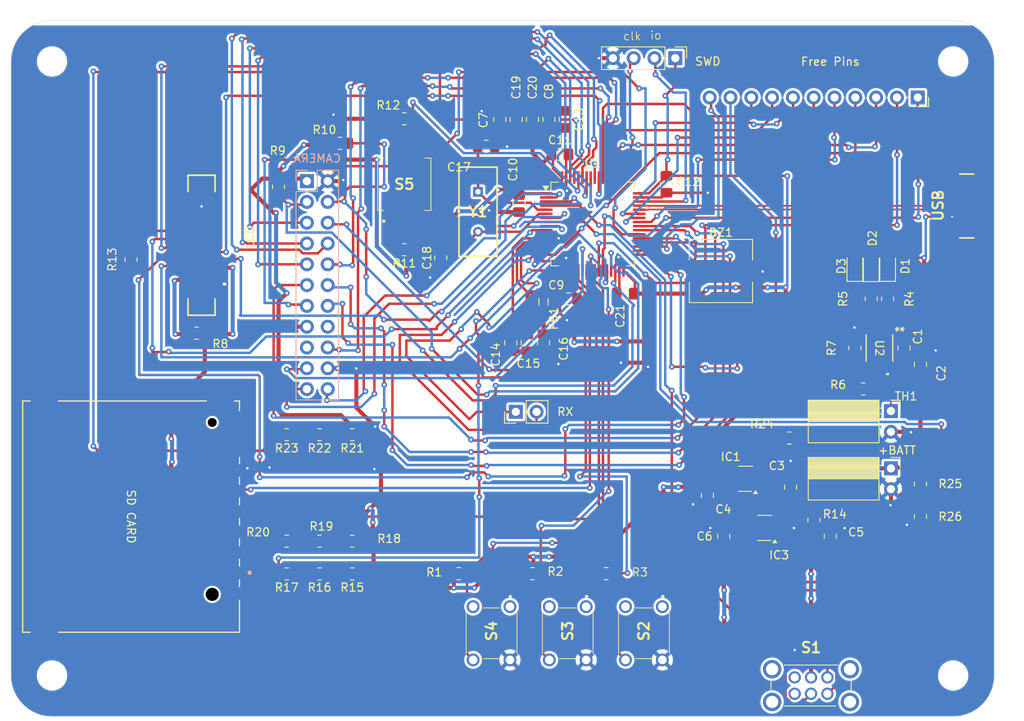
<source format=kicad_pcb>
(kicad_pcb (version 20241229) (generator "pcbnew") (generator_version "9.0")
  (layers (0 "F.Cu" signal) (2 "B.Cu" power) (13 "F.Paste" user) (15 "B.Paste" user) (5 "F.SilkS" user "F.Silkscreen") (7 "B.SilkS" user "B.Silkscreen") (1 "F.Mask" user) (3 "B.Mask" user) (25 "Edge.Cuts" user))
  (net 0 "")
  (net 1 "GND")
  (net 2 "+BATT")
  (net 3 "+3.3V LCD")
  (net 6 "/csx")
  (net 7 "+3.3V")
  (net 10 "+3.3VA")
  (net 13 "/osc in")
  (net 15 "/rst")
  (net 16 "/osc out")
  (net 17 "VBUS")
  (net 19 "/swclk")
  (net 21 "/swdio")
  (net 27 "/buzzer")
  (net 28 "/wrx d{slash}cx")
  (net 29 "Net-(D1-K)")
  (net 30 "Net-(IC3-EN)")
  (net 36 "/scl")
  (net 39 "Net-(D2-K)")
  (net 41 "/Indikátor Nabíjení")
  (net 42 "/sda")
  (net 43 "/im3")
  (net 44 "/sdo")
  (net 46 "/Vled+")
  (net 47 "/Backlight Regulátor")
  (net 48 "/sd mosi")
  (net 49 "/I2C_SDA")
  (net 50 "/sd clk")
  (net 51 "/I2C_SCL")
  (net 52 "/sd miso")
  (net 56 "/sd cs")
  (net 57 "/pa15")
  (net 59 "/uart rx")
  (net 60 "/pd2")
  (net 61 "/uart tx")
  (net 62 "Net-(IC1-EN)")
  (net 63 "/pb14")
  (net 64 "/wrst")
  (net 65 "/pc10")
  (net 66 "/d1")
  (net 67 "/d5")
  (net 68 "/href")
  (net 69 "/d0")
  (net 70 "/d2")
  (net 71 "/d7")
  (net 72 "/wr")
  (net 73 "/d3")
  (net 74 "/d6")
  (net 75 "/d4")
  (net 77 "/rrst")
  (net 78 "/vsync")
  (net 80 "/rck")
  (net 81 "/sw3")
  (net 82 "/sw2")
  (net 83 "/sw1")
  (net 94 "/boot0")
  (net 95 "/Reset")
  (net 96 "/pa10")
  (net 97 "/pa9")
  (net 98 "/pb0")
  (net 99 "/pa2")
  (net 100 "/pa8")
  (net 101 "/pb1")
  (net 102 "/pb12")
  (net 103 "Net-(U2-STAT1)")
  (net 104 "Net-(U2-STAT2)")
  (net 105 "Net-(U2-*PG)")
  (net 107 "Net-(U2-PROG)")
  (net 108 "/USB_D-")
  (net 109 "/USB_D+")
  (net 110 "Net-(R15-Pad2)")
  (net 111 "Net-(R16-Pad2)")
  (net 112 "Net-(R18-Pad2)")
  (net 113 "Net-(R19-Pad2)")
  (net 114 "Net-(R21-Pad2)")
  (net 115 "Net-(R22-Pad2)")
  (net 116 "/Baterka Napětí")
  (net 117 "Net-(U2-THERM)")
  (footprint "MountingHole:MountingHole_3.2mm_M3" (layer "F.Cu") (at 86.350002 139.406399)
    (property "Reference" "H2" (hide yes))
    (property "Value" "MountingHole")
  )
  (footprint "Capacitor_SMD:C_0805_2012Metric_Pad1.18x1.45mm_HandSolder" (layer "F.Cu") (at 168.350002 122.406399 -90)
    (property "Reference" "C6")
    (property "Value" "1u")
  )
  (footprint "Package_TO_SOT_SMD:TSOT-23-5_HandSoldering" (layer "F.Cu") (at 171 115.406399 180)
    (property "Reference" "IC1")
    (property "Value" "Lineární Regulátor")
  )
  (footprint "Capacitor_SMD:C_0805_2012Metric_Pad1.18x1.45mm_HandSolder" (layer "F.Cu") (at 190.350002 99.406399 -90)
    (property "Reference" "C1")
    (property "Value" "1u")
  )
  (footprint "Resistor_SMD:R_0805_2012Metric_Pad1.20x1.40mm_HandSolder" (layer "F.Cu") (at 145 126.969)
    (property "Reference" "R2")
    (property "Value" "4.7k")
  )
  (footprint "Resistor_SMD:R_0805_2012Metric_Pad1.20x1.40mm_HandSolder" (layer "F.Cu") (at 119 123 180)
    (property "Reference" "R19")
    (property "Value" "4.7k")
  )
  (footprint "47436:473460001" (layer "F.Cu") (at 199.865 82.056399 90)
    (property "Reference" "USB")
    (property "Value" "USB Konektor" (hide yes))
  )
  (footprint "Resistor_SMD:R_0805_2012Metric_Pad1.20x1.40mm_HandSolder" (layer "F.Cu") (at 136 126.969)
    (property "Reference" "R1")
    (property "Value" "4.7k")
  )
  (footprint "Resistor_SMD:R_0805_2012Metric_Pad1.20x1.40mm_HandSolder" (layer "F.Cu") (at 192.350002 120 -90)
    (property "Reference" "R26")
    (property "Value" "4.7k")
  )
  (footprint "Inductor_SMD:L_0805_2012Metric_Pad1.05x1.20mm_HandSolder" (layer "F.Cu") (at 146.350002 93.761399 -90)
    (property "Reference" "FB1")
    (property "Value" "120R")
  )
  (footprint "Resistor_SMD:R_0805_2012Metric_Pad1.20x1.40mm_HandSolder" (layer "F.Cu") (at 115 127 180)
    (property "Reference" "R17")
    (property "Value" "4.7k")
  )
  (footprint "Capacitor_SMD:C_0805_2012Metric_Pad1.18x1.45mm_HandSolder" (layer "F.Cu") (at 156.312502 92.761399)
    (property "Reference" "C21")
    (property "Value" "100n")
  )
  (footprint "Resistor_SMD:R_0805_2012Metric_Pad1.20x1.40mm_HandSolder" (layer "F.Cu") (at 123 123 180)
    (property "Reference" "R18")
    (property "Value" "4.7k")
  )
  (footprint "Capacitor_SMD:C_0805_2012Metric_Pad1.18x1.45mm_HandSolder" (layer "F.Cu") (at 181.350002 122.406399 90)
    (property "Reference" "C5")
    (property "Value" "1u")
  )
  (footprint "MountingHole:MountingHole_3.2mm_M3" (layer "F.Cu") (at 86.350002 64.406399)
    (property "Reference" "H3" (hide yes))
    (property "Value" "MountingHole")
  )
  (footprint "LED_SMD:LED_0805_2012Metric_Pad1.15x1.40mm_HandSolder" (layer "F.Cu") (at 188.350002 89.406399 90)
    (property "Reference" "D1")
    (property "Value" "LED")
  )
  (footprint "Capacitor_SMD:C_0805_2012Metric_Pad1.18x1.45mm_HandSolder" (layer "F.Cu") (at 133.8 88.4 90)
    (property "Reference" "C18")
    (property "Value" "30p")
  )
  (footprint "Resistor_SMD:R_0805_2012Metric_Pad1.20x1.40mm_HandSolder" (layer "F.Cu") (at 186.350002 93.406399 -90)
    (property "Reference" "R5")
    (property "Value" "1k")
  )
  (footprint "Capacitor_SMD:C_0805_2012Metric_Pad1.18x1.45mm_HandSolder" (layer "F.Cu") (at 149 71.484449 -90)
    (property "Reference" "C13")
    (property "Value" "1u")
  )
  (footprint "Resistor_SMD:R_0805_2012Metric_Pad1.20x1.40mm_HandSolder" (layer "F.Cu") (at 123 110 180)
    (property "Reference" "R21")
    (property "Value" "4.7k")
  )
  (footprint "Package_QFP:LQFP-64_10x10mm_P0.5mm" (layer "F.Cu") (at 152.350002 84.261399)
    (property "Reference" "U1")
    (property "Value" "STM32L496RETx")
  )
  (footprint "Resistor_SMD:R_0805_2012Metric_Pad1.20x1.40mm_HandSolder" (layer "F.Cu") (at 179.350002 120.406399 90)
    (property "Reference" "R14")
    (property "Value" "4.7k")
  )
  (footprint "Capacitor_SMD:C_0805_2012Metric_Pad1.18x1.45mm_HandSolder" (layer "F.Cu") (at 147 71.484449 -90)
    (property "Reference" "C8")
    (property "Value" "1u")
  )
  (footprint "Resistor_SMD:R_0805_2012Metric_Pad1.20x1.40mm_HandSolder" (layer "F.Cu") (at 121.5 74.4)
    (property "Reference" "R10")
    (property "Value" "4.7k")
  )
  (footprint "Connector_PinSocket_2.54mm:PinSocket_1x02_P2.54mm_Horizontal" (layer "F.Cu") (at 188.750002 114.106399)
    (property "Reference" "+BATT")
    (property "Value" "Baterie")
  )
  (footprint "Capacitor_SMD:C_0805_2012Metric_Pad1.18x1.45mm_HandSolder" (layer "F.Cu") (at 146.350002 98.761399 -90)
    (property "Reference" "C16")
    (property "Value" "1u")
  )
  (footprint "Capacitor_SMD:C_0805_2012Metric_Pad1.18x1.45mm_HandSolder" (layer "F.Cu") (at 139.350002 74.761399 180)
    (property "Reference" "C17")
    (property "Value" "30p")
  )
  (footprint "Resistor_SMD:R_0805_2012Metric_Pad1.20x1.40mm_HandSolder" (layer "F.Cu") (at 185.350002 104.406399)
    (property "Reference" "R6")
    (property "Value" "1k")
  )
  (footprint "Resistor_SMD:R_0805_2012Metric_Pad1.20x1.40mm_HandSolder" (layer "F.Cu") (at 188.350002 93.406399 -90)
    (property "Reference" "R4")
    (property "Value" "1k")
  )
  (footprint "mfs:MFS201N24Z" (layer "F.Cu") (at 177 139.6375)
    (property "Reference" "S1")
    (property "Value" "Zapínací spínač" (hide yes))
  )
  (footprint "Connector_PinSocket_2.54mm:PinSocket_1x02_P2.54mm_Horizontal" (layer "F.Cu") (at 188.750002 107.106399)
    (property "Reference" "TH1")
    (property "Value" "10k")
  )
  (footprint "LED_SMD:LED_0805_2012Metric_Pad1.15x1.40mm_HandSolder" (layer "F.Cu") (at 186.350002 89.431399 90)
    (property "Reference" "D2")
    (property "Value" "LED")
  )
  (footprint "Connector_PinSocket_2.54mm:PinSocket_1x11_P2.54mm_Horizontal" (layer "F.Cu") (at 192.025002 68.806399 -90)
    (property "Reference" "Free Pins")
    (property "Value" "Conn_01x11_Socket")
  )
  (footprint "Capacitor_SMD:C_0805_2012Metric_Pad1.18x1.45mm_HandSolder" (layer "F.Cu") (at 142.350002 98.761399 -90)
    (property "Reference" "C14")
    (property "Value" "100n")
  )
  (footprint "cfs201mb:CFS0201MB" (layer "F.Cu") (at 129.350002 79.406399)
    (property "Reference" "S5")
    (property "Value" "spínač" (hide yes))
  )
  (footprint "Resistor_SMD:R_0805_2012Metric_Pad1.20x1.40mm_HandSolder" (layer "F.Cu") (at 129.350002 71.406399)
    (property "Reference" "R12")
    (property "Value" "4.7k")
  )
  (footprint "hc4:HC49S830507030ATF" (layer "F.Cu") (at 138.350002 80.321399 180)
    (property "Reference" "Y1")
    (property "Value" "8mhz krystal" (hide yes))
  )
  (footprint "MountingHole:MountingHole_3.2mm_M3" (layer "F.Cu") (at 196.350002 64.406399)
    (property "Reference" "H4" (hide yes))
    (property "Value" "MountingHole")
  )
  (footprint "mc3:MC32829" (layer "F.Cu") (at 158.6 133.969 -90)
    (property "Reference" "S2")
    (property "Value" "tlačítko doleva" (hide yes))
  )
  (footprint "Package_TO_SOT_SMD:TSOT-23-5_HandSoldering" (layer "F.Cu") (at 173.350002 121.406399 180)
    (property "Reference" "IC3")
    (property "Value" "Lineární Regulátor Displaye")
  )
  (footprint "Connector_PinHeader_2.54mm:PinHeader_1x02_P2.54mm_Vertical" (layer "F.Cu") (at 142.96 107.2 90)
    (property "Reference" "RX")
    (property "Value" "UART")
  )
  (footprint "Inductor_SMD:L_SXN_SMDRI73" (layer "F.Cu") (at 168 90)
    (property "Reference" "BZ1")
    (property "Value" "Buzzer")
  )
  (footprint "Capacitor_SMD:C_0805_2012Metric_Pad1.18x1.45mm_HandSolder" (layer "F.Cu") (at 149.387502 93.406399)
    (property "Reference" "C9")
    (property "Value" "100n")
  )
  (footprint "Capacitor_SMD:C_0805_2012Metric_Pad1.18x1.45mm_HandSolder" (layer "F.Cu") (at 192.350002 101.406399 90)
    (property "Reference" "C2")
    (property "Value" "1u")
  )
  (footprint "Capacitor_SMD:C_0805_2012Metric_Pad1.18x1.45mm_HandSolder" (layer "F.Cu") (at 143.350002 81.761399 90)
    (property "Reference" "C10")
    (property "Value" "100n")
  )
  (footprint "Resistor_SMD:R_0805_2012Metric_Pad1.20x1.40mm_HandSolder" (layer "F.Cu") (at 96 88.6 -90)
    (property "Reference" "R13")
    (property "Value" "4.7k")
  )
  (footprint "gsd09:GSD090012SEU_AMP" (layer "F.Cu") (at 96 120 -90)
    (property "Reference" "SD CARD")
    (property "Value" "GSD090012SEU")
  )
  (footprint "Capacitor_SMD:C_0805_2012Metric_Pad1.18x1.45mm_HandSolder" (layer "F.Cu") (at 166.350002 117.406399 90)
    (property "Reference" "C4")
    (property "Value" "1u")
  )
  (footprint "Resistor_SMD:R_0805_2012Metric_Pad1.20x1.40mm_HandSolder" (layer "F.Cu") (at 119 110 180)
    (property "Reference" "R22")
    (property "Value" "4.7k")
  )
  (footprint "mc3:MC32829" (layer "F.Cu") (at 140 133.969 -90)
    (property "Reference" "S4")
    (property "Value" "tlačítko doprava" (hide yes))
  )
  (footprint "Capacitor_SMD:C_0805_2012Metric_Pad1.18x1.45mm_HandSolder" (layer "F.Cu") (at 176.5 116.406399 90)
    (property "Reference" "C3")
    (property "Value" "1u")
  )
  (footprint "Resistor_SMD:R_0805_2012Metric_Pad1.20x1.40mm_HandSolder" (layer "F.Cu") (at 115 123 180)
    (property "Reference" "R20")
    (property "Value" "4.7k")
  )
  (footprint "Resistor_SMD:R_0805_2012Metric_Pad1.20x1.40mm_HandSolder" (layer "F.Cu") (at 192.350002 116 -90)
    (property "Reference" "R25")
    (property "Value" "1k")
  )
  (footprint "Resistor_SMD:R_0805_2012Metric_Pad1.20x1.40mm_HandSolder" (layer "F.Cu") (at 115 110 180)
    (property "Reference" "R23")
    (property "Value" "4.7k")
  )
  (footprint "Capacitor_SMD:C_0805_2012Metric_Pad1.18x1.45mm_HandSolder" (layer "F.Cu") (at 161.350002 79.406399 90)
    (property "Reference" "C12")
    (property "Value" "100n")
  )
  (footprint "Resistor_SMD:R_0805_2012Metric_Pad1.20x1.40mm_HandSolder" (layer "F.Cu") (at 119 127 180)
    (property "Reference" "R16")
    (property "Value" "4.7k")
  )
  (footprint "mc3:MC32829" (layer "F.Cu") (at 149.3 133.969 -90)
    (property "Reference" "S3")
    (property "Value" "prostřední tlačítko" (hide yes))
  )
  (footprint "FFC2A32-20-T:GCT_FFC2A32-20-T" (layer "F.Cu") (at 104.6 86.85 -90)
    (property "Reference" "LCD")
    (property "Value" "LCD konektor")
  )
  (footprint "Capacitor_SMD:C_0805_2012Metric_Pad1.18x1.45mm_HandSolder" (layer "F.Cu") (at 145 71.484449 -90)
    (property "Reference" "C20")
    (property "Value" "1u")
  )
  (footprint "Resistor_SMD:R_0805_2012Metric_Pad1.20x1.40mm_HandSolder" (layer "F.Cu") (at 184.350002 99.406399 90)
    (property "Reference" "R7")
    (property "Value" "1k")
  )
  (footprint "Resistor_SMD:R_0805_2012Metric_Pad1.20x1.40mm_HandSolder" (layer "F.Cu") (at 154 126.969)
    (property "Reference" "R3")
    (property "Value" "4.7k")
  )
  (footprint "LED_SMD:LED_0805_2012Metric_Pad1.15x1.40mm_HandSolder" (layer "F.Cu") (at 184.350002 89.406399 90)
    (property "Reference" "D3")
    (property "Value" "LED")
  )
  (footprint "Connector_PinHeader_2.54mm:PinHeader_1x04_P2.54mm_Vertical" (layer "F.Cu") (at 162.430002 64 -90)
    (property "Reference" "SWD")
    (property "Value" "SWD")
  )
  (footprint "Resistor_SMD:R_0805_2012Metric_Pad1.20x1.40mm_HandSolder" (layer "F.Cu") (at 176.350002 110.406399 180)
    (property "Reference" "R24")
    (property "Value" "4.7k")
  )
  (footprint "Capacitor_SMD:C_0805_2012Metric_Pad1.18x1.45mm_HandSolder" (layer "F.Cu") (at 143 71.484449 -90)
    (property "Reference" "C19")
    (property "Value" "1u")
  )
  (footprint "Capacitor_SMD:C_0805_2012Metric_Pad1.18x1.45mm_HandSolder" (layer "F.Cu") (at 141 71.484449 -90)
    (property "Reference" "C7")
    (property "Value" "1u")
  )
  (footprint "Resistor_SMD:R_0805_2012Metric_Pad1.20x1.40mm_HandSolder" (layer "F.Cu") (at 129.350002 87.406399 180)
    (property "Reference" "R11")
    (property "Value" "4.7k")
  )
  (footprint "Resistor_SMD:R_0805_2012Metric_Pad1.20x1.40mm_HandSolder" (layer "F.Cu") (at 104 97.6 180)
    (property "Reference" "R8")
    (property "Value" "2")
  )
  (footprint "Resistor_SMD:R_0805_2012Metric_Pad1.20x1.40mm_HandSolder" (layer "F.Cu") (at 114 79.72 -90)
    (property "Reference" "R9")
    (property "Value" "4.7k")
  )
  (footprint "MountingHole:MountingHole_3.2mm_M3" (layer "F.Cu") (at 196.350002 139.406399)
    (property "Reference" "H1" (hide yes))
    (property "Value" "MountingHole")
  )
  (footprint "Capacitor_SMD:C_0805_2012Metric_Pad1.18x1.45mm_HandSolder" (layer "F.Cu") (at 144.350002 98.761399 -90)
    (property "Reference" "C15")
    (property "Value" "1u")
  )
  (footprint "Resistor_SMD:R_0805_2012Metric_Pad1.20x1.40mm_HandSolder" (layer "F.Cu") (at 123 127 180)
    (property "Reference" "R15")
    (property "Value" "4.7k")
  )
  (footprint "MCP:MSOP10_MC_MCH" (layer "F.Cu") (at 187.350002 99.406399 -90)
    (property "Reference" "U2")
    (property "Value" "MCP73833-FCI/UN")
  )
  (footprint "Capacitor_SMD:C_0805_2012Metric_Pad1.18x1.45mm_HandSolder" (layer "F.Cu") (at 148.350002 75.761399 180)
    (property "Reference" "C11")
    (property "Value" "100n")
  )
  (footprint "Connector_PinSocket_2.54mm:PinSocket_2x11_P2.54mm_Vertical" (layer "B.Cu") (at 117.46 79.02 180)
    (property "Reference" "CAMERA")
    (property "Value" "Kamera")
  )
  (gr_arc (start 81.350002 64.406399) (mid 82.814468 60.870865) (end 86.350002 59.406399) (stroke (width 0.05)) (layer "Edge.Cuts"))
  (gr_line (start 196.350002 59.406399) (end 86.350002 59.406399) (stroke (width 0.05)) (layer "Edge.Cuts"))
  (gr_arc (start 86.350002 144.406399) (mid 82.814468 142.941933) (end 81.350002 139.406399) (stroke (width 0.05)) (layer "Edge.Cuts"))
  (gr_line (start 86.350002 144.406399) (end 196.350002 144.406399) (stroke (width 0.05)) (layer "Edge.Cuts"))
  (gr_line (start 81.350002 64.406399) (end 81.350002 139.406399) (stroke (width 0.05)) (layer "Edge.Cuts"))
  (gr_arc (start 196.350002 59.406399) (mid 199.885536 60.870865) (end 201.350002 64.406399) (stroke (width 0.05)) (layer "Edge.Cuts"))
  (gr_arc (start 201.350002 139.406399) (mid 199.885536 142.941933) (end 196.350002 144.406399) (stroke (width 0.05)) (layer "Edge.Cuts"))
  (gr_line (start 201.350002 139.406399) (end 201.350002 64.406399) (stroke (width 0.05)) (layer "Edge.Cuts"))
  (gr_text "clk" (at 156 61.9 0) (layer "F.SilkS") (effects (font (size 1 1) (thickness 0.1)) (justify left bottom)))
  (gr_text "io" (at 159.3 61.8 0) (layer "F.SilkS") (effects (font (size 1 1) (thickness 0.1)) (justify left bottom)))
  (segment (start 192.350002 100.368899) (end 193.531101 100.368899) (width 0.5) (layer "F.Cu") (net 1))
  (segment (start 188.750002 116.646399) (end 188.750002 118.549998) (width 0.5) (layer "F.Cu") (net 1))
  (segment (start 160.782502 81.011399) (end 161.350002 80.443899) (width 0.3) (layer "F.Cu") (net 1))
  (segment (start 155.600002 92.436399) (end 155.275002 92.761399) (width 0.3) (layer "F.Cu") (net 1))
  (segment (start 190.350002 100.443899) (end 192.275002 100.443899) (width 0.5) (layer "F.Cu") (net 1))
  (segment (start 184.350002 96.950002) (end 184.3 96.9) (width 0.5) (layer "F.Cu") (net 1))
  (segment (start 184.350002 98.406399) (end 184.350002 96.950002) (width 0.5) (layer "F.Cu") (net 1))
  (segment (start 176.5 113.2) (end 176.5 111.256401) (width 0.5) (layer "F.Cu") (net 1))
  (segment (start 193.531101 100.368899) (end 194.2 99.7) (width 0.5) (layer "F.Cu") (net 1))
  (segment (start 106.1 122.1) (end 106.5 122.1) (width 0.5) (layer "F.Cu") (net 1))
  (segment (start 106 91.6) (end 107.5 91.6) (width 0.5) (layer "F.Cu") (net 1))
  (segment (start 149.100002 89.936399) (end 149.100002 92.149998) (width 0.3) (layer "F.Cu") (net 1))
  (segment (start 155.600002 89.936399) (end 155.600002 88.400002) (width 0.3) (layer "F.Cu") (net 1))
  (segment (start 188.750002 118.549998) (end 188.7 118.6) (width 0.5) (layer "F.Cu") (net 1))
  (segment (start 110.2 114.1) (end 108.981401 114.1) (width 0.5) (layer "F.Cu") (net 1))
  (segment (start 148.350002 93.406399) (end 148.350002 95.150002) (width 0.3) (layer "F.Cu") (net 1))
  (segment (start 113.1 114.2) (end 112.9 114) (width 0.5) (layer "F.Cu") (net 1))
  (segment (start 176.5 115.368899) (end 176.5 113.2) (width 0.5) (layer "F.Cu") (net 1))
  (segment (start 120 101.88) (end 121.18 101.88) (width 0.5) (layer "F.Cu") (net 1))
  (segment (start 176.4625 115.406399) (end 176.5 115.368899) (width 0.5) (layer "F.Cu") (net 1))
  (segment (start 175.060002 121.406399) (end 176.893601 121.406399) (width 0.5) (layer "F.Cu") (net 1))
  (segment (start 140.387502 74.761399) (end 141.861399 74.761399) (width 0.5) (layer "F.Cu") (net 1))
  (segment (start 148.7 88.8) (end 145.6 88.8) (width 0.3) (layer "F.Cu") (net 1))
  (segment (start 121.18 101.88) (end 121.2 101.9) (width 0.5) (layer "F.Cu") (net 1))
  (segment (start 145.281421 89.118579) (end 145.281421 89.146526) (width 0.3) (layer "F.Cu") (net 1))
  (segment (start 155.600002 88.400002) (end 155.5 88.3) (width 0.3) (layer "F.Cu") (net 1))
  (segment (start 106.725 121.875) (end 108.706401 121.875) (width 0.5) (layer "F.Cu") (net 1))
  (segment (start 166.731101 121.368899) (end 166.7 121.4) (width 0.5) (layer "F.Cu") (net 1))
  (segment (start 123.5 101.9) (end 123.5 106.7) (width 0.5) (layer "F.Cu") (net 1))
  (segment (start 104 90.1) (end 105.5 91.6) (width 0.5) (layer "F.Cu") (net 1))
  (segment (start 145.4 89) (end 145.281421 89.118579) (width 0.3) (layer "F.Cu") (net 1))
  (segment (start 106 90.6) (end 107.5 90.6) (width 0.5) (layer "F.Cu") (net 1))
  (segment (start 144.350002 99.798899) (end 146.350002 99.798899) (width 0.5) (layer "F.Cu") (net 1))
  (segment (start 105.5 91.6) (end 106 91.6) (width 0.5) (layer "F.Cu") (net 1))
  (segment (start 145 70.446949) (end 147 70.446949) (width 0.5) (layer "F.Cu") (net 1))
  (segment (start 106.5 122.1) (end 106.725 121.875) (width 0.5) (layer "F.Cu") (net 1))
  (segment (start 103.2 82.1) (end 104.6 82.1) (width 0.5) (layer "F.Cu") (net 1))
  (segment (start 141 70.446949) (end 138.831101 70.446949) (width 0.5) (layer "F.Cu") (net 1))
  (segment (start 139.898899 82.798899) (end 139.7 82.6) (width 0.5) (layer "F.Cu") (net 1))
  (segment (start 141 70.446949) (end 143 70.446949) (width 0.5) (layer "F.Cu") (net 1))
  (segment (start 108.981401 114.1) (end 108.706401 114.375) (width 0.5) (layer "F.Cu") (net 1))
  (segment (start 192.350002 121) (end 190.7 121) (width 0.5) (layer "F.Cu") (net 1))
  (segment (start 146.350002 99.798899) (end 146.611948 99.798899) (width 0.5) (layer "F.Cu") (net 1))
  (segment (start 107.5 90.6) (end 107.5 91.6) (width 0.5) (layer "F.Cu") (net 1))
  (segment (start 123.5 106.7) (end 125.8 109) (width 0.5) (layer "F.Cu") (net 1))
  (segment (start 183.068899 121.368899) (end 183.1 121.4) (width 0.5) (layer "F.Cu") (net 1))
  (segment (start 143.350002 82.798899) (end 139.898899 82.798899) (width 0.5) (layer "F.Cu") (net 1))
  (segment (start 141.861399 74.761399) (end 141.9 74.8) (width 0.5) (layer "F.Cu") (net 1))
  (segment (start 173.043599 90) (end 173.093601 90.050002) (width 0.5) (layer "F.Cu") (net 1))
  (segment (start 105.048 86.6) (end 104.75 86.302) (width 0.5) (layer "F.Cu") (net 1))
  (segment (start 104.75 86.302) (end 104.75 84.6) (width 0.5) (layer "F.Cu") (net 1))
  (segment (start 188.750002 109.646399) (end 191.146399 109.646399) (width 0.5) (layer "F.Cu") (net 1))
  (segment (start 149.100002 92.149998) (end 148.350002 92.899998) (width 0.3) (layer "F.Cu") (net 1))
  (segment (start 176.5 111.256401) (end 177.350002 110.406399) (width 0.5) (layer "F.Cu") (net 1))
  (segment (start 179.350002 121.406399) (end 181.312502 121.406399) (width 0.5) (layer "F.Cu") (net 1))
  (segment (start 166.350002 118.443899) (end 164.656101 118.443899) (width 0.5) (layer "F.Cu") (net 1))
  (segment (start 133.8 89.5) (end 132.5 90.8) (width 0.5) (layer "F.Cu") (net 1))
  (segment (start 148.350002 92.899998) (end 148.350002 93.406399) (width 0.3) (layer "F.Cu") (net 1))
  (segment (start 155.600002 89.936399) (end 155.600002 92.436399) (width 0.3) (layer "F.Cu") (net 1))
  (segment (start 106 84.6) (end 104.75 84.6) (width 0.5) (layer "F.Cu") (net 1))
  (segment (start 194.656399 80.756399) (end 194.6 80.7) (width 0.3) (layer "F.Cu") (net 1))
  (segment (start 149.100002 78.586399) (end 149.100002 80.100002) (width 0.3) (layer "F.Cu") (net 1))
  (segment (start 192.275002 100.443899) (end 192.350002 100.368899) (width 0.5) (layer "F.Cu") (net 1))
  (segment (start 128.350002 71.406399) (end 121.206399 71.406399) (width 0.5) (layer "F.Cu") (net 1))
  (segment (start 125.7 114.2) (end 113.1 114.2) (width 0.5) (layer "F.Cu") (net 1))
  (segment (start 142.350002 99.798899) (end 144.350002 99.798899) (width 0.5) (layer "F.Cu") (net 1))
  (segment (start 154.810002 64) (end 153.1 64) (width 0.5) (layer "F.Cu") (net 1))
  (segment (start 181.312502 121.406399) (end 181.350002 121.368899) (width 0.5) (layer "F.Cu") (net 1))
  (segment (start 176.893601 121.406399) (end 176.9 121.4) (width 0.5) (layer "F.Cu") (net 1))
  (segment (start 106 86.6) (end 105.048 86.6) (width 0.5) (layer "F.Cu") (net 1))
  (segment (start 104.6 84.45) (end 104.6 82.1) (width 0.5) (layer "F.Cu") (net 1))
  (segment (start 128.080002 74.856399) (end 128.080002 71.676399) (width 0.5) (layer "F.Cu") (net 1))
  (segment (start 168.350002 121.368899) (end 166.731101 121.368899) (width 0.5) (layer "F.Cu") (net 1))
  (segment (start 104.75 84.6) (end 104.6 84.45) (width 0.5) (layer "F.Cu") (net 1))
  (segment (start 185.189203 98.406399) (end 186.233903 97.361699) (width 0.5) (layer "F.Cu") (net 1))
  (segment (start 149.100002 88.400002) (end 149.1 88.4) (width 0.3) (layer "F.Cu") (net 1))
  (segment (start 103.2 90.1) (end 104 90.1) (width 0.5) (layer "F.Cu") (net 1))
  (segment (start 184.350002 98.406399) (end 185.189203 98.406399) (width 0.5) (layer "F.Cu") (net 1))
  (segment (start 106.425 114.375) (end 106.1 114.7) (width 0.5) (layer "F.Cu") (net 1))
  (segment (start 146.675002 86.011399) (end 148.188601 86.011399) (width 0.3) (layer "F.Cu") (net 1))
  (segment (start 138.831101 70.446949) (end 138.8 70.47805) (width 0.5) (layer "F.Cu") (net 1))
  (segment (start 197.34 80.756399) (end 194.656399 80.756399) (width 0.3) (layer "F.Cu") (net 1))
  (segment (start 164.656101 118.443899) (end 164.6 118.5) (width 0.5) (layer "F.Cu") (net 1))
  (segment (start 149.100002 80.100002) (end 149.2 80.2) (width 0.3) (layer "F.Cu") (net 1))
  (segment (start 146.611948 99.798899) (end 148.161549 101.3485) (width 0.5) (layer "F.Cu") (net 1))
  (segment (start 128.080002 71.676399) (end 128.350002 71.406399) (width 0.5) (layer "F.Cu") (net 1))
  (segment (start 133.8 89.4375) (end 133.8 89.5) (width 0.5) (layer "F.Cu") (net 1))
  (segment (start 171.2 90) (end 173.043599 90) (width 0.5) (layer "F.Cu") (net 1))
  (segment (start 158.6 101.2) (end 159.1 101.7) (width 0.5) (layer "F.Cu") (net 1))
  (segment (start 106.1 114.7) (end 106.1 122.1) (width 0.5) (layer "F.Cu") (net 1))
  (segment (start 191.146399 109.646399) (end 191.2 109.7) (width 0.5) (layer "F.Cu") (net 1))
  (segment (start 145.6 88.8) (end 145.4 89) (width 0.3) (layer "F.Cu") (net 1))
  (segment (start 121.78 79.02) (end 121.9 78.9) (width 0.5) (layer "F.Cu") (net 1))
  (segment (start 166.4 80.443899) (end 161.350002 80.443899) (width 0.3) (layer "F.Cu") (net 1))
  (segment (start 149.100002 76.048899) (end 149.387502 75.761399) (width 0.3) (layer "F.Cu") (net 1))
  (segment (start 149.100002 89.936399) (end 149.100002 88.400002) (width 0.3) (layer "F.Cu") (net 1))
  (segment (start 121.206399 71.406399) (end 120.7 70.9) (width 0.5) (layer "F.Cu") (net 1))
  (segment (start 149.1 88.4) (end 148.7 88.8) (width 0.3) (layer "F.Cu") (net 1))
  (segment (start 172.71 115.406399) (end 176.4625 115.406399) (width 0.5) (layer "F.Cu") (net 1))
  (segment (start 149.100002 78.586399) (end 149.100002 76.048899) (width 0.3) (layer "F.Cu") (net 1))
  (segment (start 143 70.446949) (end 145 70.446949) (width 0.5) (layer "F.Cu") (net 1))
  (segment (start 108.706401 114.375) (end 106.425 114.375) (width 0.5) (layer "F.Cu") (net 1))
  (segment (start 181.350002 121.368899) (end 183.068899 121.368899) (width 0.5) (layer "F.Cu") (net 1))
  (segment (start 120 79.02) (end 121.78 79.02) (width 0.5) (layer "F.Cu") (net 1))
  (segment (start 158.025002 81.011399) (end 160.782502 81.011399) (width 0.3) (layer "F.Cu") (net 1))
  (segment (start 147 70.446949) (end 149 70.446949) (width 0.5) (layer "F.Cu") (net 1))
  (segment (start 148.188601 86.011399) (end 148.2 86) (width 0.3) (layer "F.Cu") (net 1))
  (segment (start 148.350002 95.150002) (end 149.2 96) (width 0.3) (layer "F.Cu") (net 1))
  (segment (start 155.8 101.2) (end 158.6 101.2) (width 0.5) (layer "F.Cu") (net 1))
  (via (at 149.1 88.4) (size 0.7) (drill 0.3) (layers "F.Cu" "B.Cu") (net 1))
  (via (at 132.5 90.8) (size 0.7) (drill 0.3) (layers "F.Cu" "B.Cu") (net 1))
  (via (at 125.8 109) (size 0.7) (drill 0.3) (layers "F.Cu" "B.Cu") (net 1))
  (via (at 159.1 101.7) (size 0.7) (drill 0.3) (layers "F.Cu" "B.Cu") (net 1))
  (via (at 149.2 96) (size 0.7) (drill 0.3) (layers "F.Cu" "B.Cu") (net 1))
  (via (at 164.6 118.5) (size 0.7) (drill 0.3) (layers "F.Cu" "B.Cu") (net 1))
  (via (at 194.2 99.7) (size 0.7) (drill 0.3) (layers "F.Cu" "B.Cu") (net 1))
  (via (at 141.9 74.8) (size 0.7) (drill 0.3) (layers "F.Cu" "B.Cu") (net 1))
  (via (at 155.5 88.3) (size 0.7) (drill 0.3) (layers "F.Cu" "B.Cu") (net 1))
  (via (at 183.1 121.4) (size 0.7) (drill 0.3) (layers "F.Cu" "B.Cu") (net 1))
  (via (at 139.7 82.6) (size 0.7) (drill 0.3) (layers "F.Cu" "B.Cu") (net 1))
  (via (at 188.7 118.6) (size 0.7) (drill 0.3) (layers "F.Cu" "B.Cu") (net 1))
  (via (at 138.8 70.47805) (size 0.7) (drill 0.3) (layers "F.Cu" "B.Cu") (net 1))
  (via (at 120.7 70.9) (size 0.7) (drill 0.3) (layers "F.Cu" "B.Cu") (net 1))
  (via (at 107.5 91.6) (size 0.7) (drill 0.3) (layers "F.Cu" "B.Cu") (net 1))
  (via (at 148.161549 101.3485) (size 0.7) (drill 0.3) (layers "F.Cu" "B.Cu") (net 1))
  (via (at 125.7 114.2) (size 0.7) (drill 0.3) (layers "F.Cu" "B.Cu") (net 1))
  (via (at 173.093601 90.050002) (size 0.7) (drill 0.3) (layers "F.Cu" "B.Cu") (net 1))
  (via (at 104.6 82.1) (size 0.7) (drill 0.3) (layers "F.Cu" "B.Cu") (net 1))
  (via (at 190.7 121) (size 0.7) (drill 0.3) (layers "F.Cu" "B.Cu") (net 1))
  (via (at 184.3 96.9) (size 0.7) (drill 0.3) (layers "F.Cu" "B.Cu") (net 1))
  (via (at 148.2 86) (size 0.7) (drill 0.3) (layers "F.Cu" "B.Cu") (net 1))
  (via (at 145.281421 89.146526) (size 0.7) (drill 0.3) (layers "F.Cu" "B.Cu") (net 1))
  (via (at 166.4 80.443899) (size 0.7) (drill 0.3) (layers "F.Cu" "B.Cu") (net 1))
  (via (at 110.2 114.1) (size 0.7) (drill 0.3) (layers "F.Cu" "B.Cu") (net 1))
  (via (at 191.2 109.7) (size 0.7) (drill 0.3) (layers "F.Cu" "B.Cu") (net 1))
  (via (at 194.6 80.7) (size 0.7) (drill 0.3) (layers "F.Cu" "B.Cu") (net 1))
  (via (at 155.8 101.2) (size 0.7) (drill 0.3) (layers "F.Cu" "B.Cu") (net 1))
  (via (at 121.9 78.9) (size 0.7) (drill 0.3) (layers "F.Cu" "B.Cu") (net 1))
  (via (at 123.5 101.9) (size 0.7) (drill 0.3) (layers "F.Cu" "B.Cu") (net 1))
  (via (at 112.9 114) (size 0.7) (drill 0.3) (layers "F.Cu" "B.Cu") (net 1))
  (via (at 166.7 121.4) (size 0.7) (drill 0.3) (layers "F.Cu" "B.Cu") (net 1))
  (via (at 153.1 64) (size 0.7) (drill 0.3) (layers "F.Cu" "B.Cu") (net 1))
  (via (at 176.9 121.4) (size 0.7) (drill 0.3) (layers "F.Cu" "B.Cu") (net 1))
  (via (at 176.5 113.2) (size 0.7) (drill 0.3) (layers "F.Cu" "B.Cu") (net 1))
  (via (at 121.2 101.9) (size 0.7) (drill 0.3) (layers "F.Cu" "B.Cu") (net 1))
  (via (at 149.2 80.2) (size 0.7) (drill 0.3) (layers "F.Cu" "B.Cu") (net 1))
  (segment (start 110.3 114) (end 110.2 114.1) (width 0.5) (layer "B.Cu") (net 1))
  (segment (start 138.8 72.1) (end 141.5 74.8) (width 0.5) (layer "B.Cu") (net 1))
  (segment (start 125.8 114.1) (end 125.7 114.2) (width 0.5) (layer "B.Cu") (net 1))
  (segment (start 141.5 74.8) (end 141.9 74.8) (width 0.5) (layer "B.Cu") (net 1))
  (segment (start 148.161549 101.3485) (end 148.310049 101.2) (width 0.5) (layer "B.Cu") (net 1))
  (segment (start 138.8 72.1) (end 138.8 70.47805) (width 0.5) (layer "B.Cu") (net 1))
  (segment (start 121.2 101.9) (end 123.5 101.9) (width 0.5) (layer "B.Cu") (net 1))
  (segment (start 125.8 109) (end 125.8 114.1) (width 0.5) (layer "B.Cu") (net 1))
  (segment (start 112.9 114) (end 110.3 114) (width 0.5) (layer "B.Cu") (net 1))
  (segment (start 148.310049 101.2) (end 155.8 101.2) (width 0.5) (layer "B.Cu") (net 1))
  (segment (start 188.750002 114.106399) (end 184.893601 114.106399) (width 0.5) (layer "F.Cu") (net 2))
  (segment (start 181.350002 123.443899) (end 179 123.443899) (width 0.5) (layer "F.Cu") (net 2))
  (segment (start 179 130) (end 179 139.6375) (width 0.5) (layer "F.Cu") (net 2))
  (segment (start 185.556101 123.443899) (end 181.350002 123.443899) (width 0.5) (layer "F.Cu") (net 2))
  (segment (start 179 123.443899) (end 179 127) (width 0.5) (layer "F.Cu") (net 2))
  (segment (start 191 115) (end 190 114) (width 0.5) (layer "F.Cu") (net 2))
  (segment (start 173.7975 117.443899) (end 172.71 116.356399) (width 0.5) (layer "F.Cu") (net 2))
  (segment (start 184.893601 114.106399) (end 181.556101 117.443899) (width 0.5) (layer "F.Cu") (net 2))
  (segment (start 188.958902 102.443899) (end 187.966102 101.451099) (width 0.5) (layer "F.Cu") (net 2))
  (segment (start 190 119) (end 185.556101 123.443899) (width 0.5) (layer "F.Cu") (net 2))
  (segment (start 192.350002 115) (end 190 117.350002) (width 0.5) (layer "F.Cu") (net 2))
  (segment (start 188.856401 114) (end 188.750002 114.106399) (width 0.5) (layer "F.Cu") (net 2))
  (segment (start 176.5 117.443899) (end 173.7975 117.443899) (width 0.5) (layer "F.Cu") (net 2))
  (segment (start 176.147502 123.443899) (end 175.060002 122.356399) (width 0.5) (layer "F.Cu") (net 2))
  (segment (start 190 114) (end 188.856401 114) (width 0.5) (layer "F.Cu") (net 2))
  (segment (start 179 123.443899) (end 176.147502 123.443899) (width 0.5) (layer "F.Cu") (net 2))
  (segment (start 192.350002 115) (end 191 115) (width 0.5) (layer "F.Cu") (net 2))
  (segment (start 181.556101 117.443899) (end 176.5 117.443899) (width 0.5) (layer "F.Cu") (net 2))
  (segment (start 190 117.350002) (end 190 119) (width 0.5) (layer "F.Cu") (net 2))
  (segment (start 192.350002 115) (end 192.350002 102.443899) (width 0.5) (layer "F.Cu") (net 2))
  (segment (start 192.350002 102.443899) (end 188.958902 102.443899) (width 0.5) (layer "F.Cu") (net 2))
  (via (at 179 130) (size 0.7) (drill 0.3) (layers "F.Cu" "B.Cu") (net 2))
  (via (at 179 127) (size 0.7) (drill 0.3) (layers "F.Cu" "B.Cu") (net 2))
  (segment (start 179 127) (end 179 130) (width 0.5) (layer "B.Cu") (net 2))
  (segment (start 94.9 91.7) (end 94.9 90.1) (width 0.5) (layer "F.Cu") (net 3))
  (segment (start 167.7 140.8) (end 100.9 140.8) (width 0.5) (layer "F.Cu") (net 3))
  (segment (start 100.9 140.8) (end 100.9 113.4) (width 0.5) (layer "F.Cu") (net 3))
  (segment (start 96.1 103.8) (end 96.1 92.9) (width 0.5) (layer "F.Cu") (net 3))
  (segment (start 100.9 110.5) (end 100.9 106.4) (width 0.5) (layer "F.Cu") (net 3))
  (segment (start 108.4 97.7) (end 105.1 97.7) (width 0.5) (layer "F.Cu") (net 3))
  (segment (start 169.443899 123.443899) (end 168.350002 123.443899) (width 0.5) (layer "F.Cu") (net 3))
  (segment (start 96.1 92.9) (end 94.9 91.7) (width 0.5) (layer "F.Cu") (net 3))
  (segment (start 98.7 106.4) (end 96.1 103.8) (width 0.5) (layer "F.Cu") (net 3))
  (segment (start 106 89.6) (end 108.4 89.6) (width 0.5) (layer "F.Cu") (net 3))
  (segment (start 105.1 97.7) (end 105 97.6) (width 0.5) (layer "F.Cu") (net 3))
  (segment (start 100.9 113.4) (end 101 113.3) (width 0.5) (layer "F.Cu") (net 3))
  (segment (start 171.640002 122.356399) (end 170 123.996401) (width 0.5) (layer "F.Cu") (net 3))
  (segment (start 168.350002 128.950002) (end 168.4 129) (width 0.5) (layer "F.Cu") (net 3))
  (segment (start 100.9 106.4) (end 98.7 106.4) (width 0.5) (layer "F.Cu") (net 3))
  (segment (start 168.350002 123.443899) (end 168.350002 128.950002) (width 0.5) (layer "F.Cu") (net 3))
  (segment (start 95.5 90.1) (end 96 89.6) (width 0.5) (layer "F.Cu") (net 3))
  (segment (start 168.4 141.3) (end 168.3 141.4) (width 0.5) (layer "F.Cu") (net 3))
  (segment (start 94.9 90.1) (end 95.5 90.1) (width 0.5) (layer "F.Cu") (net 3))
  (segment (start 170 123.996401) (end 170 124) (width 0.5) (layer "F.Cu") (net 3))
  (segment (start 168.4 132.3) (end 168.4 141.3) (width 0.5) (layer "F.Cu") (net 3))
  (segment (start 168.3 141.4) (end 167.7 140.8) (width 0.5) (layer "F.Cu") (net 3))
  (segment (start 105 102.3) (end 105 97.6) (width 0.5) (layer "F.Cu") (net 3))
  (segment (start 170 124) (end 169.443899 123.443899) (width 0.5) (layer "F.Cu") (net 3))
  (segment (start 100.9 106.4) (end 105 102.3) (width 0.5) (layer "F.Cu") (net 3))
  (via (at 100.9 110.5) (size 0.7) (drill 0.3) (layers "F.Cu" "B.Cu") (net 3))
  (via (at 168.4 129) (size 0.7) (drill 0.3) (layers "F.Cu" "B.Cu") (net 3))
  (via (at 108.4 89.6) (size 0.7) (drill 0.3) (layers "F.Cu" "B.Cu") (net 3))
  (via (at 168.4 132.3) (size 0.7) (drill 0.3) (layers "F.Cu" "B.Cu") (net 3))
  (via (at 108.4 97.7) (size 0.7) (drill 0.3) (layers "F.Cu" "B.Cu") (net 3))
  (via (at 101 113.3) (size 0.7) (drill 0.3) (layers "F.Cu" "B.Cu") (net 3))
  (segment (start 101 110.6) (end 100.9 110.5) (width 0.5) (layer "B.Cu") (net 3))
  (segment (start 108.4 89.6) (end 108.4 97.7) (width 0.5) (layer "B.Cu") (net 3))
  (segment (start 101 113.3) (end 101 110.6) (width 0.5) (layer "B.Cu") (net 3))
  (segment (start 168.4 129) (end 168.4 132.3) (width 0.5) (layer "B.Cu") (net 3))
  (segment (start 153.100002 80.599998) (end 153.1 80.6) (width 0.3) (layer "F.Cu") (net 6))
  (segment (start 107.6 87.7) (end 106.1 87.7) (width 0.3) (layer "F.Cu") (net 6))
  (segment (start 152.6 68.6) (end 134.7 68.6) (width 0.3) (layer "F.Cu") (net 6))
  (segment (start 107.8 68.6) (end 107.6 68.8) (width 0.3) (layer "F.Cu") (net 6))
  (segment (start 153.2 69.2) (end 152.6 68.6) (width 0.3) (layer "F.Cu") (net 6))
  (segment (start 106.1 87.7) (end 106 87.6) (width 0.3) (layer "F.Cu") (net 6))
  (segment (start 132.8 68.6) (end 107.8 68.6) (width 0.3) (layer "F.Cu") (net 6))
  (segment (start 153.100002 78.586399) (end 153.100002 80.599998) (width 0.3) (layer "F.Cu") (net 6))
  (via (at 134.7 68.6) (size 0.7) (drill 0.3) (layers "F.Cu" "B.Cu") (net 6))
  (via (at 107.6 87.7) (size 0.7) (drill 0.3) (layers "F.Cu" "B.Cu") (net 6))
  (via (at 153.1 80.6) (size 0.7) (drill 0.3) (layers "F.Cu" "B.Cu") (net 6))
  (via (at 132.8 68.6) (size 0.7) (drill 0.3) (layers "F.Cu" "B.Cu") (net 6))
  (via (at 153.2 69.2) (size 0.7) (drill 0.3) (layers "F.Cu" "B.Cu") (net 6))
  (via (at 107.6 68.8) (size 0.7) (drill 0.3) (layers "F.Cu" "B.Cu") (net 6))
  (segment (start 153.301 72.301) (end 153 72) (width 0.3) (layer "B.Cu") (net 6))
  (segment (start 153 72) (end 153 69.4) (width 0.3) (layer "B.Cu") (net 6))
  (segment (start 153.1 80.6) (end 153.301 80.399) (width 0.3) (layer "B.Cu") (net 6))
  (segment (start 153.301 80.399) (end 153.301 72.301) (width 0.3) (layer "B.Cu") (net 6))
  (segment (start 134.7 68.6) (end 132.8 68.6) (width 0.3) (layer "B.Cu") (net 6))
  (segment (start 153 69.4) (end 153.2 69.2) (width 0.3) (layer "B.Cu") (net 6))
  (segment (start 107.6 68.8) (end 107.6 87.7) (width 0.3) (layer "B.Cu") (net 6))
  (segment (start 145.1 124.9) (end 141.7 124.9) (width 0.5) (layer "F.Cu") (net 7))
  (segment (start 135.4 128.7) (end 135.4 127.369) (width 0.5) (layer "F.Cu") (net 7))
  (segment (start 114 78.72) (end 117.16 78.72) (width 0.5) (layer "F.Cu") (net 7))
  (segment (start 135.4 127.369) (end 135 126.969) (width 0.5) (layer "F.Cu") (net 7))
  (segment (start 120.3 74.6) (end 120.5 74.4) (width 0.5) (layer "F.Cu") (net 7))
  (segment (start 159.2 98.6) (end 155.3 98.6) (width 0.5) (layer "F.Cu") (net 7))
  (segment (start 166.350002 116.368899) (end 162.831101 116.368899) (width 0.5) (layer "F.Cu") (net 7))
  (segment (start 114 97.2) (end 114.4 96.8) (width 0.5) (layer "F.Cu") (net 7))
  (segment (start 143 72.521949) (end 145 72.521949) (width 0.5) (layer "F.Cu") (net 7))
  (segment (start 140.8 80.1) (end 142.3 80.1) (width 0.5) (layer "F.Cu") (net 7))
  (segment (start 114.1 106.9) (end 114.001 106.801) (width 0.5) (layer "F.Cu") (net 7))
  (segment (start 117.1 74.6) (end 120.3 74.6) (width 0.5) (layer "F.Cu") (net 7))
  (segment (start 143.562502 80.511399) (end 143.350002 80.723899) (width 0.3) (layer "F.Cu") (net 7))
  (segment (start 153 124.9) (end 153 126.969) (width 0.5) (layer "F.Cu") (net 7))
  (segment (start 142.726103 80.1) (end 143.350002 80.723899) (width 0.5) (layer "F.Cu") (net 7))
  (segment (start 114.001 97.201) (end 114 97.2) (width 0.5) (layer "F.Cu") (net 7))
  (segment (start 114.001 106.801) (end 114.001 97.201) (width 0.5) (layer "F.Cu") (net 7))
  (segment (start 161.350002 78.368899) (end 176.068899 78.368899) (width 0.3) (layer "F.Cu") (net 7))
  (segment (start 114.4 107.6) (end 114.4 107.5) (width 0.5) (layer "F.Cu") (net 7))
  (segment (start 146.350002 97.723899) (end 146.350002 94.911399) (width 0.5) (layer "F.Cu") (net 7))
  (segment (start 125.5 122.9) (end 125.4 123) (width 0.5) (layer "F.Cu") (net 7))
  (segment (start 157.5 92.611401) (end 157.350002 92.761399) (width 0.3) (layer "F.Cu") (net 7))
  (segment (start 158.025002 80.511399) (end 159.207502 80.511399) (width 0.3) (layer "F.Cu") (net 7))
  (segment (start 153 124.9) (end 147 124.9) (width 0.5) (layer "F.Cu") (net 7))
  (segment (start 125.2 119) (end 126.501 117.699) (width 0.5) (layer "F.Cu") (net 7))
  (segment (start 113.4 82.9) (end 110.6 80.1) (width 0.5) (layer "F.Cu") (net 7))
  (segment (start 159.207502 80.511399) (end 161.350002 78.368899) (width 0.3) (layer "F.Cu") (net 7))
  (segment (start 161.2 68.6) (end 162.430002 67.369998) (width 0.3) (layer "F.Cu") (net 7))
  (segment (start 146.236951 76.836951) (end 147.312502 75.761399) (width 0.5) (layer "F.Cu") (net 7))
  (segment (start 126.501 117.699) (end 126.501 112.501) (width 0.5) (layer "F.Cu") (net 7))
  (segment (start 110.6 80.1) (end 111.98 78.72) (width 0.5) (layer "F.Cu") (net 7))
  (segment (start 125.2 119) (end 124.825 119.375) (width 0.5) (layer "F.Cu") (net 7))
  (segment (start 159.7 92.761399) (end 157.350002 92.761399) (width 0.5) (layer "F.Cu") (net 7))
  (segment (start 147 72.521949) (end 149 72.521949) (width 0.5) (layer "F.Cu") (net 7))
  (segment (start 147.5 77.486397) (end 147.5 75.948897) (width 0.3) (layer "F.Cu") (net 7))
  (segment (start 162.430002 67.369998) (end 162.430002 64) (width 0.3) (layer "F.Cu") (net 7))
  (segment (start 120.5 74.550058) (end 122.349942 76.4) (width 0.5) (layer "F.Cu") (net 7))
  (segment (start 161.350002 78.368899) (end 161.350002 76.549998) (width 0.3) (layer "F.Cu") (net 7))
  (segment (start 141.7 124.9) (end 137.9 128.7) (width 0.5) (layer "F.Cu") (net 7))
  (segment (start 142.3 80.1) (end 142.973901 80.1) (width 0.5) (layer "F.Cu") (net 7))
  (segment (start 130.620002 87.136399) (end 130.350002 87.406399) (width 0.5) (layer "F.Cu") (net 7))
  (segment (start 114.001 93.699) (end 115 92.7) (width 0.5) (layer "F.Cu") (net 7))
  (segment (start 120.5 74.4) (end 120.5 74.550058) (width 0.5) (layer "F.Cu") (net 7))
  (segment (start 146.350002 97.723899) (end 150.276101 97.723899) (width 0.5) (layer "F.Cu") (net 7))
  (segment (start 176.068899 78.368899) (end 176.1 78.4) (width 0.3) (layer "F.Cu") (net 7))
  (segment (start 141 72.521949) (end 143 72.521949) (width 0.5) (layer "F.Cu") (net 7))
  (segment (start 165.738601 92.761399) (end 159.7 92.761399) (width 0.5) (layer "F.Cu") (net 7))
  (segment (start 142.973901 80.1) (end 146.236951 76.836951) (width 0.5) (layer "F.Cu") (net 7))
  (segment (start 125.6 123) (end 125.5 122.9) (width 0.5) (layer "F.Cu") (net 7))
  (segment (start 121.6 107.6) (end 114.4 107.6) (width 0.5) (layer "F.Cu") (net 7))
  (segment (start 114 77.8) (end 114.6 77.2) (width 0.5) (layer "F.Cu") (net 7))
  (segment (start 161.350002 76.549998) (end 161.5 76.4) (width 0.3) (layer "F.Cu") (net 7))
  (segment (start 125.4 123) (end 124 123) (width 0.5) (layer "F.Cu") (net 7))
  (segment (start 148.600002 78.586399) (end 147.5 77.486397) (width 0.3) (layer "F.Cu") (net 7))
  (segment (start 150.425002 92.925002) (end 150.425002 93.406399) (width 0.3) (layer "F.Cu") (net 7))
  (segment (start 147.5 75.948897) (end 147.312502 75.761399) (width 0.3) (layer "F.Cu") (net 7))
  (segment (start 146.675002 80.511399) (end 143.562502 80.511399) (width 0.3) (layer "F.Cu") (net 7))
  (segment (start 159.7 92.761399) (end 159.7 98.1) (width 0.5) (layer "F.Cu") (net 7))
  (segment (start 114 78.72) (end 114 77.8) (width 0.5) (layer "F.Cu") (net 7))
  (segment (start 129.6 90.6) (end 129.6 88.156401) (width 0.5) (layer "F.Cu") (net 7))
  (segment (start 126.501 112.501) (end 124 110) (width 0.5) (layer "F.Cu") (net 7))
  (segment (start 166.362502 116.356399) (end 166.350002 116.368899) (width 0.5) (layer "F.Cu") (net 7))
  (segment (start 146.236951 76.836951) (end 145 75.6) (width 0.5) (layer "F.Cu") (net 7))
  (segment (start 145.1 124.9) (end 145.1 125.869) (width 0.5) (layer "F.Cu") (net 7))
  (segment (start 134.743601 83.956399) (end 136 82.7) (width 0.5) (layer "F.Cu") (net 7))
  (segment (start 122.349942 76.4) (end 126 76.4) (width 0.5) (layer "F.Cu") (net 7))
  (segment (start 117.16 78.72) (end 117.46 79.02) (width 0.5) (layer "F.Cu") (net 7))
  (segment (start 145 75.6) (end 145 72.521949) (width 0.5) (layer "F.Cu") (net 7))
  (segment (start 169.29 116.356399) (end 166.362502 116.356399) (width 0.5) (layer "F.Cu") (net 7))
  (segment (start 135.4 128.7) (end 127.3 128.7) (width 0.5) (layer "F.Cu") (net 7))
  (segment (start 127.3 128.7) (end 125.6 127) (width 0.5) (layer "F.Cu") (net 7))
  (segment (start 166.2 92.3) (end 165.738601 92.761399) (width 0.5) (layer "F.Cu") (net 7))
  (segment (start 145.1 125.869) (end 144 126.969) (width 0.5) (layer "F.Cu") (net 7))
  (segment (start 156.100002 89.936399) (end 157.5 91.336397) (width 0.3) (layer "F.Cu") (net 7))
  (segment (start 114.001 97.201) (end 114.001 93.699) (width 0.5) (layer "F.Cu") (net 7))
  (segment (start 124 110) (end 121.6 107.6) (width 0.5) (layer "F.Cu") (net 7))
  (segment (start 125.6 127) (end 125.6 123) (width 0.5) (layer "F.Cu") (net 7))
  (segment (start 149.600002 92.100002) (end 150.425002 92.925002) (width 0.3) (layer "F.Cu") (net 7))
  (segment (start 150.425002 97.574998) (end 150.425002 93.406399) (width 0.5) (layer "F.Cu") (net 7))
  (segment (start 166.350002 116.368899) (end 166.350002 111.09994) (width 0.5) (layer "F.Cu") (net 7))
  (segment (start 166.350002 111.09994) (end 175.9 101.549942) (width 0.5) (layer "F.Cu") (net 7))
  (segment (start 114.4 107.5) (end 114.1 107.2) (width 0.5) (layer "F.Cu") (net 7))
  (segment (start 114.4 96.8) (end 117.46 96.8) (width 0.5) (layer "F.Cu") (net 7))
  (segment (start 130.620002 83.956399) (end 130.620002 87.136399) (width 0.5) (layer "F.Cu") (net 7))
  (segment (start 113.7 82.9) (end 113.4 82.9) (width 0.5) (layer "F.Cu") (net 7))
  (segment (start 157.5 91.336397) (end 157.5 92.611401) (width 0.3) (layer "F.Cu") (net 7))
  (segment (start 145 72.521949) (end 147 72.521949) (width 0.5) (layer "F.Cu") (net 7))
  (segment (start 149.600002 89.936399) (end 149.600002 92.100002) (width 0.3) (layer "F.Cu") (net 7))
  (segment (start 162.831101 116.368899) (end 162.8 116.4) (width 0.5) (layer "F.Cu") (net 7))
  (segment (start 159.7 98.1) (end 159.2 98.6) (width 0.5) (layer "F.Cu") (net 7))
  (segment (start 161 116.9) (end 153 124.9) (width 0.5) (layer "F.Cu") (net 7))
  (segment (start 161 116.4) (end 161 116.9) (width 0.5) (layer "F.Cu") (net 7))
  (segment (start 150.1 97.9) (end 150.276101 97.723899) (width 0.5) (layer "F.Cu") (net 7))
  (segment (start 130.620002 83.956399) (end 134.743601 83.956399) (width 0.5) (layer "F.Cu") (net 7))
  (segment (start 150.276101 97.723899) (end 150.425002 97.574998) (width 0.5) (layer "F.Cu") (net 7))
  (segment (start 175.9 101.549942) (end 175.9 92) (width 0.5) (layer "F.Cu") (net 7))
  (segment (start 125.5 122.9) (end 125.5 120.7) (width 0.5) (layer "F.Cu") (net 7))
  (segment (start 114.1 107.2) (end 114.1 106.9) (width 0.5) (layer "F.Cu") (net 7))
  (segment (start 147 72.521949) (end 147 72.87805) (width 0.5) (layer "F.Cu") (net 7))
  (segment (start 173.7 92) (end 169.8 92) (width 0.5) (layer "F.Cu") (net 7))
  (segment (start 142.3 80.1) (end 142.726103 80.1) (width 0.5) (layer "F.Cu") (net 7))
  (segment (start 124.825 119.375) (end 108.706401 119.375) (width 0.5) (layer "F.Cu") (net 7))
  (segment (start 111.98 78.72) (end 114 78.72) (width 0.5) (layer "F.Cu") (net 7))
  (segment (start 150.1 98.7) (end 150.1 97.9) (width 0.5) (layer "F.Cu") (net 7))
  (segment (start 125.6 127) (end 124 127) (width 0.5) (layer "F.Cu") (net 7))
  (segment (start 129.6 88.156401) (end 130.350002 87.406399) (width 0.5) (layer "F.Cu") (net 7))
  (via (at 150.1 98.7) (size 0.7) (drill 0.3) (layers "F.Cu" "B.Cu") (net 7))
  (via (at 136 82.7) (size 0.7) (drill 0.3) (layers "F.Cu" "B.Cu") (net 7))
  (via (at 135.4 128.7) (size 0.7) (drill 0.3) (layers "F.Cu" "B.Cu") (net 7))
  (via (at 129.6 90.6) (size 0.7) (drill 0.3) (layers "F.Cu" "B.Cu") (net 7))
  (via (at 137.9 128.7) (size 0.7) (drill 0.3) (layers "F.Cu" "B.Cu") (net 7))
  (via (at 115 92.7) (size 0.7) (drill 0.3) (layers "F.Cu" "B.Cu") (net 7))
  (via (at 125.2 119) (size 0.7) (drill 0.3) (layers "F.Cu" "B.Cu") (net 7))
  (via (at 140.8 80.1) (size 0.7) (drill 0.3) (layers "F.Cu" "B.Cu") (net 7))
  (via (at 117.1 74.6) (size 0.7) (drill 0.3) (layers "F.Cu" "B.Cu") (net 7))
  (via (at 147 124.9) (size 0.7) (drill 0.3) (layers "F.Cu" "B.Cu") (net 7))
  (via (at 114.6 77.2) (size 0.7) (drill 0.3) (layers "F.Cu" "B.Cu") (net 7))
  (via (at 113.7 82.9) (size 0.7) (drill 0.3) (layers "F.Cu" "B.Cu") (net 7))
  (via (at 175.9 92) (size 0.7) (drill 0.3) (layers "F.Cu" "B.Cu") (net 7))
  (via (at 166.2 92.3) (size 0.7) (drill 0.3) (layers "F.Cu" "B.Cu") (net 7))
  (via (at 126 76.4) (size 0.7) (drill 0.3) (layers "F.Cu" "B.Cu") (net 7))
  (via (at 176.1 78.4) (size 0.7) (drill 0.3) (layers "F.Cu" "B.Cu") (net 7))
  (via (at 155.3 98.6) (size 0.7) (drill 0.3) (layers "F.Cu" "B.Cu") (net 7))
  (via (at 161.5 76.4) (size 0.7) (drill 0.3) (layers "F.Cu" "B.Cu") (net 7))
  (via (at 161 116.4) (size 0.7) (drill 0.3) (layers "F.Cu" "B.Cu") (net 7))
  (via (at 173.7 92) (size 0.7) (drill 0.3) (layers "F.Cu" "B.Cu") (net 7))
  (via (at 161.2 68.6) (size 0.7) (drill 0.3) (layers "F.Cu" "B.Cu") (net 7))
  (via (at 145.1 124.9) (size 0.7) (drill 0.3) (layers "F.Cu" "B.Cu") (net 7))
  (via (at 162.8 116.4) (size 0.7) (drill 0.3) (layers "F.Cu" "B.Cu") (net 7))
  (via (at 125.5 120.7) (size 0.7) (drill 0.3) (layers "F.Cu" "B.Cu") (net 7))
  (via (at 169.8 92) (size 0.7) (drill 0.3) (layers "F.Cu" "B.Cu") (net 7))
  (segment (start 125.5 119.3) (end 125.2 119) (width 0.5) (layer "B.Cu") (net 7))
  (segment (start 138.2 82.7) (end 140.8 80.1) (width 0.5) (layer "B.Cu") (net 7))
  (segment (start 136 82.7) (end 138.2 82.7) (width 0.5) (layer "B.Cu") (net 7))
  (segment (start 155.3 98.6) (end 150.2 98.6) (width 0.5) (layer "B.Cu") (net 7))
  (segment (start 115 92.7) (end 113.7 91.4) (width 0.5) (layer "B.Cu") (net 7))
  (segment (start 176.1 91.8) (end 175.9 92) (width 0.3) (layer "B.Cu") (net 7))
  (segment (start 126 87) (end 129.6 90.6) (width 0.5) (layer "B.Cu") (net 7))
  (segment (start 176.1 78.4) (end 176.1 91.8) (width 0.3) (layer "B.Cu") (net 7))
  (segment (start 150.2 98.6) (end 150.1 98.7) (width 0.5) (layer "B.Cu") (net 7))
  (segment (start 147 124.9) (end 145.1 124.9) (width 0.5) (layer "B.Cu") (net 7))
  (segment (start 114.6 77.1) (end 117.1 74.6) (width 0.5) (layer "B.Cu") (net 7))
  (segment (start 114.6 77.2) (end 114.6 77.1) (width 0.5) (layer "B.Cu") (net 7))
  (segment (start 161.5 68.9) (end 161.2 68.6) (width 0.3) (layer "B.Cu") (net 7))
  (segment (start 137.9 128.7) (end 135.4 128.7) (width 0.5) (layer "B.Cu") (net 7))
  (segment (start 169.8 92) (end 166.5 92) (width 0.5) (layer "B.Cu") (net 7))
  (segment (start 125.5 120.7) (end 125.5 119.3) (width 0.5) (layer "B.Cu") (net 7))
  (segment (start 175.9 92) (end 173.7 92) (width 0.5) (layer "B.Cu") (net 7))
  (segment (start 113.7 91.4) (end 113.7 82.9) (width 0.5) (layer "B.Cu") (net 7))
  (segment (start 162.8 116.4) (end 161 116.4) (width 0.5) (layer "B.Cu") (net 7))
  (segment (start 166.5 92) (end 166.2 92.3) (width 0.5) (layer "B.Cu") (net 7))
  (segment (start 161.5 76.4) (end 161.5 68.9) (width 0.3) (layer "B.Cu") (net 7))
  (segment (start 126 76.4) (end 126 87) (width 0.5) (layer "B.Cu") (net 7))
  (segment (start 144.811399 92.611399) (end 146.350002 92.611399) (width 0.5) (layer "F.Cu") (net 10))
  (segment (start 144.4 97.673901) (end 144.4 92.6) (width 0.5) (layer "F.Cu") (net 10))
  (segment (start 143.988601 86.511399) (end 143.1 87.4) (width 0.3) (layer "F.Cu") (net 10))
  (segment (start 144.8 92.6) (end 144.811399 92.611399) (width 0.5) (layer "F.Cu") (net 10))
  (segment (start 143.1 87.4) (end 143.1 91.3) (width 0.3) (layer "F.Cu") (net 10))
  (segment (start 146.675002 86.511399) (end 143.988601 86.511399) (width 0.3) (layer "F.Cu") (net 10))
  (segment (start 143.1 91.3) (end 144.4 92.6) (width 0.3) (layer "F.Cu") (net 10))
  (segment (start 144.350002 97.723899) (end 144.4 97.673901) (width 0.5) (layer "F.Cu") (net 10))
  (segment (start 144.4 92.6) (end 144.8 92.6) (width 0.5) (layer "F.Cu") (net 10))
  (segment (start 142.350002 97.723899) (end 144.350002 97.723899) (width 0.5) (layer "F.Cu") (net 10))
  (segment (start 138.350002 80.321399) (end 138.350002 74.798899) (width 0.3) (layer "F.Cu") (net 13))
  (segment (start 144.762399 81.662399) (end 139.691002 81.662399) (width 0.3) (layer "F.Cu") (net 13))
  (segment (start 145.611399 82.511399) (end 144.762399 81.662399) (width 0.3) (layer "F.Cu") (net 13))
  (segment (start 146.675002 82.511399) (end 145.611399 82.511399) (width 0.3) (layer "F.Cu") (net 13))
  (segment (start 138.350002 74.798899) (end 138.312502 74.761399) (width 0.3) (layer "F.Cu") (net 13))
  (segment (start 139.691002 81.662399) (end 138.350002 80.321399) (width 0.3) (layer "F.Cu") (net 13))
  (segment (start 100.6 89.1) (end 103.2 89.1) (width 0.3) (layer "F.Cu") (net 15))
  (segment (start 154.100002 91.199998) (end 153.9 91.4) (width 0.3) (layer "F.Cu") (net 15))
  (segment (start 137.4 98.2) (end 136.1 99.5) (width 0.3) (layer "F.Cu") (net 15))
  (segment (start 100.3 89.4) (end 100.6 89.1) (width 0.3) (layer "F.Cu") (net 15))
  (segment (start 154.100002 89.936399) (end 154.100002 91.199998) (width 0.3) (layer "F.Cu") (net 15))
  (segment (start 99.7 89.4) (end 100.3 89.4) (width 0.3) (layer "F.Cu") (net 15))
  (via (at 153.9 91.4) (size 0.7) (drill 0.3) (layers "F.Cu" "B.Cu") (net 15))
  (via (at 99.7 89.4) (size 0.7) (drill 0.3) (layers "F.Cu" "B.Cu") (net 15))
  (via (at 136.1 99.5) (size 0.7) (drill 0.3) (layers "F.Cu" "B.Cu") (net 15))
  (via (at 137.4 98.2) (size 0.7) (drill 0.3) (layers "F.Cu" "B.Cu") (net 15))
  (segment (start 136.1 99.5) (end 135.059 100.541) (width 0.3) (layer "B.Cu") (net 15))
  (segment (start 148.5 87.1) (end 137.4 98.2) (width 0.3) (layer "B.Cu") (net 15))
  (segment (start 149.1 87.1) (end 148.5 87.1) (width 0.3) (layer "B.Cu") (net 15))
  (segment (start 153.9 88.7) (end 150.7 85.5) (width 0.3) (layer "B.Cu") (net 15))
  (segment (start 153.9 91.4) (end 153.9 88.7) (width 0.3) (layer "B.Cu") (net 15))
  (segment (start 99.741 100.541) (end 99.7 100.5) (width 0.3) (layer "B.Cu") (net 15))
  (segment (start 150.7 85.5) (end 149.1 87.1) (width 0.3) (layer "B.Cu") (net 15))
  (segment (start 99.7 100.5) (end 99.7 89.4) (width 0.3) (layer "B.Cu") (net 15))
  (segment (start 135.059 100.541) (end 99.741 100.541) (width 0.3) (layer "B.Cu") (net 15))
  (segment (start 133.8 87.3625) (end 136.188901 87.3625) (width 0.3) (layer "F.Cu") (net 16))
  (segment (start 143.598601 85.201399) (end 138.350002 85.201399) (width 0.3) (layer "F.Cu") (net 16))
  (segment (start 136.188901 87.3625) (end 138.350002 85.201399) (width 0.3) (layer "F.Cu") (net 16))
  (segment (start 145.788601 83.011399) (end 143.598601 85.201399) (width 0.3) (layer "F.Cu") (net 16))
  (segment (start 146.675002 83.011399) (end 145.788601 83.011399) (width 0.3) (layer "F.Cu") (net 16))
  (segment (start 190.350002 98.368899) (end 188.973302 98.368899) (width 0.5) (layer "F.Cu") (net 17))
  (segment (start 192.8 93.5) (end 192.8 88.4) (width 0.5) (layer "F.Cu") (net 17))
  (segment (start 193.043604 83.356399) (end 193.000003 83.4) (width 0.3) (layer "F.Cu") (net 17))
  (segment (start 186.325002 88.381399) (end 186.350002 88.406399) (width 0.5) (layer "F.Cu") (net 17))
  (segment (start 197.34 83.356399) (end 193.043604 83.356399) (width 0.3) (layer "F.Cu") (net 17))
  (segment (start 190.350002 98.368899) (end 190.350002 95.949998) (width 0.5) (layer "F.Cu") (net 17))
  (segment (start 188.325002 88.406399) (end 188.350002 88.381399) (width 0.5) (layer "F.Cu") (net 17))
  (segment (start 190.350002 95.949998) (end 192.8 93.5) (width 0.5) (layer "F.Cu") (net 17))
  (segment (start 192.8 88.4) (end 192.781399 88.381399) (width 0.3) (layer "F.Cu") (net 17))
  (segment (start 192.781399 88.381399) (end 188.350002 88.381399) (width 0.3) (layer "F.Cu") (net 17))
  (segment (start 186.350002 88.406399) (end 188.325002 88.406399) (width 0.5) (layer "F.Cu") (net 17))
  (segment (start 188.973302 98.368899) (end 187.966102 97.361699) (width 0.5) (layer "F.Cu") (net 17))
  (segment (start 184.350002 88.381399) (end 186.325002 88.381399) (width 0.5) (layer "F.Cu") (net 17))
  (via (at 192.8 88.4) (size 0.7) (drill 0.3) (layers "F.Cu" "B.Cu") (net 17))
  (via (at 193.000003 83.4) (size 0.7) (drill 0.3) (layers "F.Cu" "B.Cu") (net 17))
  (segment (start 193.000003 88.199997) (end 192.8 88.4) (width 0.3) (layer "B.Cu") (net 17))
  (segment (start 193.000003 83.4) (end 193.000003 88.199997) (width 0.3) (layer "B.Cu") (net 17))
  (segment (start 156.9 65.6) (end 156.9 64.450002) (width 0.3) (layer "F.Cu") (net 19))
  (segment (start 156.100002 76.400002) (end 156.100002 78.586399) (width 0.3) (layer "F.Cu") (net 19))
  (segment (start 157 74.8) (end 157 75.500004) (width 0.3) (layer "F.Cu") (net 19))
  (segment (start 157.2 74.6) (end 157 74.8) (width 0.3) (layer "F.Cu") (net 19))
  (segment (start 156.9 64.450002) (end 157.350002 64) (width 0.3) (layer "F.Cu") (net 19))
  (segment (start 157.2 73.7) (end 157.2 74.6) (width 0.3) (layer "F.Cu") (net 19))
  (segment (start 157 75.500004) (end 156.100002 76.400002) (width 0.3) (layer "F.Cu") (net 19))
  (via (at 157.2 73.7) (size 0.7) (drill 0.3) (layers "F.Cu" "B.Cu") (net 19))
  (via (at 156.9 65.6) (size 0.7) (drill 0.3) (layers "F.Cu" "B.Cu") (net 19))
  (segment (start 157.2 73.7) (end 157.2 73.4) (width 0.3) (layer "B.Cu") (net 19))
  (segment (start 156.9 73.1) (end 156.9 65.6) (width 0.3) (layer "B.Cu") (net 19))
  (segment (start 157.2 73.4) (end 156.9 73.1) (width 0.3) (layer "B.Cu") (net 19))
  (segment (start 158.025002 81.511399) (end 163.575 81.511399) (width 0.3) (layer "F.Cu") (net 21))
  (segment (start 160 64.109998) (end 159.890002 64) (width 0.3) (layer "F.Cu") (net 21))
  (segment (start 160 66) (end 160 64.109998) (width 0.3) (layer "F.Cu") (net 21))
  (segment (start 163.575 81.511399) (end 163.7 81.386399) (width 0.3) (layer "F.Cu") (net 21))
  (via (at 163.7 81.386399) (size 0.7) (drill 0.3) (layers "F.Cu" "B.Cu") (net 21))
  (via (at 160 66) (size 0.7) (drill 0.3) (layers "F.Cu" "B.Cu") (net 21))
  (segment (start 163.7 81.386399) (end 163.7 68.2) (width 0.3) (layer "B.Cu") (net 21))
  (segment (start 163.7 68.2) (end 162.2 68.2) (width 0.3) (layer "B.Cu") (net 21))
  (segment (start 162.2 68.2) (end 160 66) (width 0.3) (layer "B.Cu") (net 21))
  (segment (start 158.025002 86.511399) (end 164.888601 86.511399) (width 0.3) (layer "F.Cu") (net 27))
  (segment (start 164.9 88.4) (end 164.8 88.5) (width 0.3) (layer "F.Cu") (net 27))
  (segment (start 164.9 86.5) (end 164.9 88.4) (width 0.3) (layer "F.Cu") (net 27))
  (segment (start 164.888601 86.511399) (end 164.9 86.5) (width 0.3) (layer "F.Cu") (net 27))
  (segment (start 164.8 88.5) (end 164.8 90) (width 0.3) (layer "F.Cu") (net 27))
  (segment (start 146 65) (end 99.7 65) (width 0.3) (layer "F.Cu") (net 28))
  (segment (start 100.3 87.1) (end 103.2 87.1) (width 0.3) (layer "F.Cu") (net 28))
  (segment (start 152.100002 81.999998) (end 152.1 82) (width 0.3) (layer "F.Cu") (net 28))
  (segment (start 99.7 87.2) (end 100.2 87.2) (width 0.3) (layer "F.Cu") (net 28))
  (segment (start 146.944975 64.055025) (end 146 65) (width 0.3) (layer "F.Cu") (net 28))
  (segment (start 152.100002 78.586399) (end 152.100002 81.999998) (width 0.3) (layer "F.Cu") (net 28))
  (segment (start 100.2 87.2) (end 100.3 87.1) (width 0.3) (layer "F.Cu") (net 28))
  (via (at 146.944975 64.055025) (size 0.7) (drill 0.3) (layers "F.Cu" "B.Cu") (net 28))
  (via (at 99.7 65) (size 0.7) (drill 0.3) (layers "F.Cu" "B.Cu") (net 28))
  (via (at 99.7 87.2) (size 0.7) (drill 0.3) (layers "F.Cu" "B.Cu") (net 28))
  (via (at 152.1 82) (size 0.7) (drill 0.3) (layers "F.Cu" "B.Cu") (net 28))
  (segment (start 99.7 65) (end 99.7 87.2) (width 0.3) (layer "B.Cu") (net 28))
  (segment (start 152.1 79.7) (end 149.6 77.2) (width 0.3) (layer "B.Cu") (net 28))
  (segment (start 149.6 66.71005) (end 146.944975 64.055025) (width 0.3) (layer "B.Cu") (net 28))
  (segment (start 152.1 82) (end 152.1 79.7) (width 0.3) (layer "B.Cu") (net 28))
  (segment (start 149.6 77.2) (end 149.6 66.71005) (width 0.3) (layer "B.Cu") (net 28))
  (segment (start 188.350002 92.406399) (end 188.350002 90.431399) (width 0.5) (layer "F.Cu") (net 29))
  (segment (start 176.110002 119.406399) (end 175.060002 120.456399) (width 0.3) (layer "F.Cu") (net 30))
  (segment (start 173.501 120) (end 175 120) (width 0.3) (layer "F.Cu") (net 30))
  (segment (start 179.350002 119.406399) (end 176.110002 119.406399) (width 0.3) (layer "F.Cu") (net 30))
  (segment (start 175 120.396397) (end 175.060002 120.456399) (width 0.3) (layer "F.Cu") (net 30))
  (segment (start 175 120) (end 175 120.396397) (width 0.3) (layer "F.Cu") (net 30))
  (segment (start 182.101 128.101) (end 182 128) (width 0.3) (layer "F.Cu") (net 30))
  (segment (start 174 128) (end 173.501 127.501) (width 0.3) (layer "F.Cu") (net 30))
  (segment (start 181 141.6375) (end 182.101 140.5365) (width 0.3) (layer "F.Cu") (net 30))
  (segment (start 182.101 140.5365) (end 182.101 128.101) (width 0.3) (layer "F.Cu") (net 30))
  (segment (start 173.501 127.501) (end 173.501 120) (width 0.3) (layer "F.Cu") (net 30))
  (segment (start 182 128) (end 174 128) (width 0.3) (layer "F.Cu") (net 30))
  (segment (start 158.025002 87.511399) (end 160.111399 87.511399) (width 0.3) (layer "F.Cu") (net 36))
  (segment (start 139.099 114.599) (end 137.601 114.599) (width 0.3) (layer "F.Cu") (net 36))
  (segment (start 163.5 105.4) (end 163.5 108.1) (width 0.3) (layer "F.Cu") (net 36))
  (segment (start 96.9 91.1) (end 99.9 88.1) (width 0.3) (layer "F.Cu") (net 36))
  (segment (start 137.601 114.599) (end 137 115.2) (width 0.3) (layer "F.Cu") (net 36))
  (segment (start 149 109.3) (end 149 114.9) (width 0.3) (layer "F.Cu") (net 36))
  (segment (start 160.111399 87.511399) (end 163.1 90.5) (width 0.3) (layer "F.Cu") (net 36))
  (segment (start 111.7 115.2) (end 111.7 112.7) (width 0.3) (layer "F.Cu") (net 36))
  (segment (start 163.5 108.1) (end 162.8 108.8) (width 0.3) (layer "F.Cu") (net 36))
  (segment (start 99.9 88.1) (end 103.2 88.1) (width 0.3) (layer "F.Cu") (net 36))
  (segment (start 149 114.9) (end 148.9 115) (width 0.3) (layer "F.Cu") (net 36))
  (segment (start 139.6 115.1) (end 139.099 114.599) (width 0.3) (layer "F.Cu") (net 36))
  (via (at 111.7 115.2) (size 0.7) (drill 0.3) (layers "F.Cu" "B.Cu") (net 36))
  (via (at 163.1 90.5) (size 0.7) (drill 0.3) (layers "F.Cu" "B.Cu") (net 36))
  (via (at 162.8 108.8) (size 0.7) (drill 0.3) (layers "F.Cu" "B.Cu") (net 36))
  (via (at 148.9 115) (size 0.7) (drill 0.3) (layers "F.Cu" "B.Cu") (net 36))
  (via (at 149 109.3) (size 0.7) (drill 0.3) (layers "F.Cu" "B.Cu") (net 36))
  (via (at 163.5 105.4) (size 0.7) (drill 0.3) (layers "F.Cu" "B.Cu") (net 36))
  (via (at 111.7 112.7) (size 0.7) (drill 0.3) (layers "F.Cu" "B.Cu") (net 36))
  (via (at 96.9 91.1) (size 0.7) (drill 0.3) (layers "F.Cu" "B.Cu") (net 36))
  (via (at 137 115.2) (size 0.7) (drill 0.3) (layers "F.Cu" "B.Cu") (net 36))
  (via (at 139.6 115.1) (size 0.7) (drill 0.3) (layers "F.Cu" "B.Cu") (net 36))
  (segment (start 111.5 102.7) (end 97 102.7) (width 0.3) (layer "B.Cu") (net 36))
  (segment (start 97 91.2) (end 96.9 91.1) (width 0.3) (layer "B.Cu") (net 36))
  (segment (start 162.8 108.8) (end 149.5 108.8) (width 0.3) (layer "B.Cu") (net 36))
  (segment (start 148.8 115.1) (end 139.6 115.1) (width 0.3) (layer "B.Cu") (net 36))
  (segment (start 111.7 115.2) (end 111.7 115.1) (width 0.3) (layer "B.Cu") (net 36))
  (segment (start 111.7 112.7) (end 111.7 102.9) (width 0.3) (layer "B.Cu") (net 36))
  (segment (start 97 102.7) (end 97 91.2) (width 0.3) (layer "B.Cu") (net 36))
  (segment (start 163.1 90.5) (end 163.1 105) (width 0.3) (layer "B.Cu") (net 36))
  (segment (start 137 115.2) (end 111.7 115.2) (width 0.3) (layer "B.Cu") (net 36))
  (segment (start 148.9 115) (end 148.8 115.1) (width 0.3) (layer "B.Cu") (net 36))
  (segment (start 163.1 105) (end 163.5 105.4) (width 0.3) (layer "B.Cu") (net 36))
  (segment (start 111.7 102.9) (end 111.6 102.8) (width 0.3) (layer "B.Cu") (net 36))
  (segment (start 111.6 102.8) (end 111.5 102.7) (width 0.3) (layer "B.Cu") (net 36))
  (segment (start 149.5 108.8) (end 149 109.3) (width 0.3) (layer "B.Cu") (net 36))
  (segment (start 186.350002 92.406399) (end 186.350002 90.456399) (width 0.5) (layer "F.Cu") (net 39))
  (segment (start 184.350002 103.050002) (end 182.7 101.4) (width 0.5) (layer "F.Cu") (net 41))
  (segment (start 184.350002 94.950002) (end 184.350002 90.431399) (width 0.5) (layer "F.Cu") (net 41))
  (segment (start 182.7 101.4) (end 182.8 101.3) (width 0.5) (layer "F.Cu") (net 41))
  (segment (start 184.350002 104.406399) (end 184.350002 103.050002) (width 0.5) (layer "F.Cu") (net 41))
  (segment (start 182.8 101.3) (end 182.8 96.3) (width 0.5) (layer "F.Cu") (net 41))
  (segment (start 183.1 96.3) (end 184.4 95) (width 0.5) (layer "F.Cu") (net 41))
  (segment (start 184.4 95) (end 184.350002 94.950002) (width 0.5) (layer "F.Cu") (net 41))
  (segment (start 182.8 96.3) (end 183.1 96.3) (width 0.5) (layer "F.Cu") (net 41))
  (segment (start 109.4 88.5) (end 108.9 88.5) (width 0.3) (layer "F.Cu") (net 42))
  (segment (start 133.918579 94.953474) (end 133.546526 94.953474) (width 0.3) (layer "F.Cu") (net 42))
  (segment (start 148.211399 84.511399) (end 148.6 84.9) (width 0.3) (layer "F.Cu") (net 42))
  (segment (start 132.244975 95.944975) (end 126.855025 95.944975) (width 0.3) (layer "F.Cu") (net 42))
  (segment (start 132.4 96.1) (end 132.244975 95.944975) (width 0.3) (layer "F.Cu") (net 42))
  (segment (start 133.546526 94.953474) (end 132.4 96.1) (width 0.3) (layer "F.Cu") (net 42))
  (segment (start 108.8 88.6) (end 106 88.6) (width 0.3) (layer "F.Cu") (net 42))
  (segment (start 146.675002 84.511399) (end 148.211399 84.511399) (width 0.3) (layer "F.Cu") (net 42))
  (segment (start 108.9 88.5) (end 108.8 88.6) (width 0.3) (layer "F.Cu") (net 42))
  (via (at 126.855025 95.944975) (size 0.7) (drill 0.3) (layers "F.Cu" "B.Cu") (net 42))
  (via (at 109.4 88.5) (size 0.7) (drill 0.3) (layers "F.Cu" "B.Cu") (net 42))
  (via (at 133.918579 94.953474) (size 0.7) (drill 0.3) (layers "F.Cu" "B.Cu") (net 42))
  (via (at 148.6 84.9) (size 0.7) (drill 0.3) (layers "F.Cu" "B.Cu") (net 42))
  (segment (start 109.3 95.4) (end 109.378 95.4) (width 0.3) (layer "B.Cu") (net 42))
  (segment (start 126.855025 95.944975) (end 126.37105 95.461) (width 0.3) (layer "B.Cu") (net 42))
  (segment (start 144.273053 84.599) (end 133.918579 94.953474) (width 0.3) (layer "B.Cu") (net 42))
  (segment (start 109.4 95.378) (end 109.4 88.5) (width 0.3) (layer "B.Cu") (net 42))
  (segment (start 148.6 84.9) (end 148.299 84.599) (width 0.3) (layer "B.Cu") (net 42))
  (segment (start 148.299 84.599) (end 144.273053 84.599) (width 0.3) (layer "B.Cu") (net 42))
  (segment (start 109.361 95.461) (end 109.3 95.4) (width 0.3) (layer "B.Cu") (net 42))
  (segment (start 109.378 95.4) (end 109.4 95.378) (width 0.3) (layer "B.Cu") (net 42))
  (segment (start 126.37105 95.461) (end 109.361 95.461) (width 0.3) (layer "B.Cu") (net 42))
  (segment (start 96.2 85.1) (end 96.2 85.4) (width 0.3) (layer "F.Cu") (net 43))
  (segment (start 96 85.6) (end 96 87.6) (width 0.3) (layer "F.Cu") (net 43))
  (segment (start 103.2 85.1) (end 96.2 85.1) (width 0.3) (layer "F.Cu") (net 43))
  (segment (start 96.2 85.4) (end 96 85.6) (width 0.3) (layer "F.Cu") (net 43))
  (segment (start 134.7 95.4) (end 133.3 96.8) (width 0.3) (layer "F.Cu") (net 44))
  (segment (start 133.3 97.1) (end 127.8 97.1) (width 0.3) (layer "F.Cu") (net 44))
  (segment (start 98.6 86.4) (end 98.9 86.1) (width 0.3) (layer "F.Cu") (net 44))
  (segment (start 144.988601 85.011399) (end 144.7 85.3) (width 0.3) (layer "F.Cu") (net 44))
  (segment (start 98.6 99.9) (end 98.6 99.4) (width 0.3) (layer "F.Cu") (net 44))
  (segment (start 146.675002 85.011399) (end 144.988601 85.011399) (width 0.3) (layer "F.Cu") (net 44))
  (segment (start 100.541 99.9) (end 98.6 99.9) (width 0.3) (layer "F.Cu") (net 44))
  (segment (start 98.9 86.1) (end 103.2 86.1) (width 0.3) (layer "F.Cu") (net 44))
  (segment (start 100.6 99.841) (end 100.541 99.9) (width 0.3) (layer "F.Cu") (net 44))
  (segment (start 133.3 96.8) (end 133.3 97.1) (width 0.3) (layer "F.Cu") (net 44))
  (via (at 127.8 97.1) (size 0.7) (drill 0.3) (layers "F.Cu" "B.Cu") (net 44))
  (via (at 134.7 95.4) (size 0.7) (drill 0.3) (layers "F.Cu" "B.Cu") (net 44))
  (via (at 144.7 85.3) (size 0.7) (drill 0.3) (layers "F.Cu" "B.Cu") (net 44))
  (via (at 98.6 99.4) (size 0.7) (drill 0.3) (layers "F.Cu" "B.Cu") (net 44))
  (via (at 100.6 99.841) (size 0.7) (drill 0.3) (layers "F.Cu" "B.Cu") (net 44))
  (via (at 98.6 86.4) (size 0.7) (drill 0.3) (layers "F.Cu" "B.Cu") (net 44))
  (segment (start 126.899 98.001) (end 112.499 98.001) (width 0.3) (layer "B.Cu") (net 44))
  (segment (start 134.7 95.3) (end 134.7 95.4) (width 0.3) (layer "B.Cu") (net 44))
  (segment (start 112.499 98.001) (end 110.5 100) (width 0.3) (layer "B.Cu") (net 44))
  (segment (start 110.5 100) (end 100.759 100) (width 0.3) (layer "B.Cu") (net 44))
  (segment (start 144.7 85.3) (end 134.7 95.3) (width 0.3) (layer "B.Cu") (net 44))
  (segment (start 98.6 99.4) (end 98.6 86.4) (width 0.3) (layer "B.Cu") (net 44))
  (segment (start 100.759 100) (end 100.6 99.841) (width 0.3) (layer "B.Cu") (net 44))
  (segment (start 127.8 97.1) (end 126.899 98.001) (width 0.3) (layer "B.Cu") (net 44))
  (segment (start 101.4 97.7) (end 102.9 97.7) (width 0.5) (layer "F.Cu") (net 46))
  (segment (start 101.4 91.1) (end 101.3 91.2) (width 0.5) (layer "F.Cu") (net 46))
  (segment (start 102.9 97.7) (end 103 97.6) (width 0.5) (layer "F.Cu") (net 46))
  (segment (start 103.2 91.1) (end 101.4 91.1) (width 0.5) (layer "F.Cu") (net 46))
  (via (at 101.3 91.2) (size 0.7) (drill 0.3) (layers "F.Cu" "B.Cu") (net 46))
  (via (at 101.4 97.7) (size 0.7) (drill 0.3) (layers "F.Cu" "B.Cu") (net 46))
  (segment (start 101.3 91.2) (end 101.3 97.6) (width 0.5) (layer "B.Cu") (net 46))
  (segment (start 101.3 97.6) (end 101.4 97.7) (width 0.5) (layer "B.Cu") (net 46))
  (segment (start 165.7 127.9) (end 175.899 138.099) (width 0.3) (layer "F.Cu") (net 47))
  (segment (start 175.899 138.099) (end 175.899 142.09355) (width 0.3) (layer "F.Cu") (net 47))
  (segment (start 175.899 142.09355) (end 176.7375 142.93205) (width 0.3) (layer "F.Cu") (net 47))
  (segment (start 146.675002 82.011399) (end 150.711399 82.011399) (width 0.3) (layer "F.Cu") (net 47))
  (segment (start 150.711399 82.011399) (end 153.1 84.4) (width 0.3) (layer "F.Cu") (net 47))
  (segment (start 162 127.52512) (end 162.37488 127.9) (width 0.3) (layer "F.Cu") (net 47))
  (segment (start 162.37488 127.9) (end 165.7 127.9) (width 0.3) (layer "F.Cu") (net 47))
  (segment (start 162 104.6) (end 162 127.52512) (width 0.3) (layer "F.Cu") (net 47))
  (segment (start 176.7375 142.93205) (end 177.70545 142.93205) (width 0.3) (layer "F.Cu") (net 47))
  (segment (start 177.70545 142.93205) (end 179 141.6375) (width 0.3) (layer "F.Cu") (net 47))
  (via (at 162 104.6) (size 0.7) (drill 0.3) (layers "F.Cu" "B.Cu") (net 47))
  (via (at 153.1 84.4) (size 0.7) (drill 0.3) (layers "F.Cu" "B.Cu") (net 47))
  (segment (start 161.2 91.100116) (end 161.2 103.9) (width 0.3) (layer "B.Cu") (net 47))
  (segment (start 154.499884 84.4) (end 161.2 91.100116) (width 0.3) (layer "B.Cu") (net 47))
  (segment (start 161.2 103.9) (end 161.9 104.6) (width 0.3) (layer "B.Cu") (net 47))
  (segment (start 161.9 104.6) (end 162 104.6) (width 0.3) (layer "B.Cu") (net 47))
  (segment (start 153.1 84.4) (end 154.499884 84.4) (width 0.3) (layer "B.Cu") (net 47))
  (segment (start 112.625 124.375) (end 114 123) (width 0.3) (layer "F.Cu") (net 48))
  (segment (start 113.9 120.4) (end 114 120.5) (width 0.3) (layer "F.Cu") (net 48))
  (segment (start 153.099 118.801) (end 151.6 120.3) (width 0.3) (layer "F.Cu") (net 48))
  (segment (start 149.3 120) (end 113.9 120) (width 0.3) (layer "F.Cu") (net 48))
  (segment (start 151.600002 90.899998) (end 152.8 92.099996) (width 0.3) (layer "F.Cu") (net 48))
  (segment (start 108.706401 124.375) (end 112.625 124.375) (width 0.3) (layer "F.Cu") (net 48))
  (segment (start 153.099 99.399) (end 153.099 118.801) (width 0.3) (layer "F.Cu") (net 48))
  (segment (start 149.420654 120) (end 149.3 120) (width 0.3) (layer "F.Cu") (net 48))
  (segment (start 152.8 99.1) (end 153.099 99.399) (width 0.3) (layer "F.Cu") (net 48))
  (segment (start 114 120.5) (end 114 123) (width 0.3) (layer "F.Cu") (net 48))
  (segment (start 113.9 120) (end 113.9 120.4) (width 0.3) (layer "F.Cu") (net 48))
  (segment (start 151.6 120.3) (end 149.6 120.3) (width 0.3) (layer "F.Cu") (net 48))
  (segment (start 151.600002 89.936399) (end 151.600002 90.899998) (width 0.3) (layer "F.Cu") (net 48))
  (segment (start 149.6 120.3) (end 149.3 120) (width 0.3) (layer "F.Cu") (net 48))
  (segment (start 152.8 92.099996) (end 152.8 99.1) (width 0.3) (layer "F.Cu") (net 48))
  (segment (start 122.8 79.7) (end 126.9 79.7) (width 0.3) (layer "F.Cu") (net 49))
  (segment (start 126.4 74.5) (end 126.3 74.4) (width 0.3) (layer "F.Cu") (net 49))
  (segment (start 155.100002 91.286232) (end 154.899677 91.486557) (width 0.3) (layer "F.Cu") (net 49))
  (segment (start 155.100002 89.936399) (end 155.100002 91.286232) (width 0.3) (layer "F.Cu") (net 49))
  (segment (start 122.1 80.3) (end 122.7 79.7) (width 0.3) (layer "F.Cu") (net 49))
  (segment (start 122 81.5) (end 122.1 81.4) (width 0.3) (layer "F.Cu") (net 49))
  (segment (start 124.7 85.057919) (end 124.7 84.9) (width 0.3) (layer "F.Cu") (net 49))
  (segment (start 122.1 81.4) (end 122.1 80.3) (width 0.3) (layer "F.Cu") (net 49))
  (segment (start 126.9 74.5) (end 126.4 74.5) (width 0.3) (layer "F.Cu") (net 49))
  (segment (start 140.5 104) (end 140.5 104.991364) (width 0.3) (layer "F.Cu") (net 49))
  (segment (start 122 81.5) (end 121.262081 81.5) (width 0.3) (layer "F.Cu") (net 49))
  (segment (start 140.5 104.991364) (end 139.690364 105.801) (width 0.3) (layer "F.Cu") (net 49))
  (segment (start 137.701 105.801) (end 131.6 99.7) (width 0.3) (layer "F.Cu") (net 49))
  (segment (start 139.690364 105.801) (end 137.701 105.801) (width 0.3) (layer "F.Cu") (net 49))
  (segment (start 121.202081 81.56) (end 120 81.56) (width 0.3) (layer "F.Cu") (net 49))
  (segment (start 121.262081 81.5) (end 121.202081 81.56) (width 0.3) (layer "F.Cu") (net 49))
  (segment (start 124.7 90.7) (end 124.7 85.057919) (width 0.3) (layer "F.Cu") (net 49))
  (segment (start 126.3 74.4) (end 122.5 74.4) (width 0.3) (layer "F.Cu") (net 49))
  (segment (start 122.7 79.7) (end 122.8 79.7) (width 0.3) (layer "F.Cu") (net 49))
  (via (at 140.5 104) (size 0.7) (drill 0.3) (layers "F.Cu" "B.Cu") (net 49))
  (via (at 154.899677 91.486557) (size 0.7) (drill 0.3) (layers "F.Cu" "B.Cu") (net 49))
  (via (at 126.9 74.5) (size 0.7) (drill 0.3) (layers "F.Cu" "B.Cu") (net 49))
  (via (at 124.7 84.9) (size 0.7) (drill 0.3) (layers "F.Cu" "B.Cu") (net 49))
  (via (at 126.9 79.7) (size 0.7) (drill 0.3) (layers "F.Cu" "B.Cu") (net 49))
  (via (at 131.6 99.7) (size 0.7) (drill 0.3) (layers "F.Cu" "B.Cu") (net 49))
  (via (at 124.7 90.7) (size 0.7) (drill 0.3) (layers "F.Cu" "B.Cu") (net 49))
  (via (at 122 81.5) (size 0.7) (drill 0.3) (layers "F.Cu" "B.Cu") (net 49))
  (segment (start 124.7 92.8) (end 124.7 90.7) (width 0.3) (layer "B.Cu") (net 49))
  (segment (start 154.2 104) (end 140.5 104) (width 0.3) (layer "B.Cu") (net 49))
  (segment (start 154.899677 91.486557) (end 154.899677 91.699677) (width 0.3) (layer "B.Cu") (net 49))
  (segment (start 157.2 94.4) (end 157.2 101.7) (width 0.3) (layer "B.Cu") (net 49))
  (segment (start 124.7 84.2) (end 122 81.5) (width 0.3) (layer "B.Cu") (net 49))
  (segment (start 157.2 101.7) (end 154.9 104) (width 0.3) (layer "B.Cu") (net 49))
  (segment (start 126.9 74.5) (end 126.8 74.5) (width 0.3) (layer "B.Cu") (net 49))
  (segment (start 154.9 104) (end 154.2 104) (width 0.3) (layer "B.Cu") (net 49))
  (segment (start 154.899677 91.699677) (end 157.4 94.2) (width 0.3) (layer "B.Cu") (net 49))
  (segment (start 126.9 79.7) (end 126.9 74.5) (width 0.3) (layer "B.Cu") (net 49))
  (segment (start 131.6 99.7) (end 124.7 92.8) (width 0.3) (layer "B.Cu") (net 49))
  (segment (start 124.7 84.9) (end 124.7 84.2) (width 0.3) (layer "B.Cu") (net 49))
  (segment (start 157.4 94.2) (end 157.2 94.4) (width 0.3) (layer "B.Cu") (net 49))
  (segment (start 150.600002 89.936399) (end 150.600002 91.100002) (width 0.3) (layer "F.Cu") (net 50))
  (segment (start 150.600002 91.100002) (end 151.8 92.3) (width 0.3) (layer "F.Cu") (net 50))
  (segment (start 152 92.5) (end 152 116.5) (width 0.3) (layer "F.Cu") (net 50))
  (segment (start 108.881401 116.7) (end 108.706401 116.875) (width 0.3) (layer "F.Cu") (net 50))
  (segment (start 110.6 116.7) (end 108.881401 116.7) (width 0.3) (layer "F.Cu") (net 50))
  (segment (start 151.8 92.3) (end 152 92.5) (width 0.3) (layer "F.Cu") (net 50))
  (via (at 110.6 116.7) (size 0.7) (drill 0.3) (layers "F.Cu" "B.Cu") (net 50))
  (via (at 152 116.5) (size 0.7) (drill 0.3) (layers "F.Cu" "B.Cu") (net 50))
  (segment (start 110.8 116.5) (end 110.6 116.7) (width 0.3) (layer "B.Cu") (net 50))
  (segment (start 152 116.5) (end 110.8 116.5) (width 0.3) (layer "B.Cu") (net 50))
  (segment (start 115.18 81.9) (end 114 80.72) (width 0.3) (layer "F.Cu") (net 51))
  (segment (start 117.12 81.9) (end 117.46 81.56) (width 0.3) (layer "F.Cu") (net 51))
  (segment (start 154.600002 89.936399) (end 154.600002 87.800002) (width 0.3) (layer "F.Cu") (net 51))
  (segment (start 154.600002 87.800002) (end 154.6 87.8) (width 0.3) (layer "F.Cu") (net 51))
  (segment (start 138.3 105.1) (end 132.7 99.5) (width 0.3) (layer "F.Cu") (net 51))
  (segment (start 115.2 81.9) (end 117.12 81.9) (width 0.3) (layer "F.Cu") (net 51))
  (segment (start 139.4 105.1) (end 138.3 105.1) (width 0.3) (layer "F.Cu") (net 51))
  (segment (start 115.2 81.9) (end 115.18 81.9) (width 0.3) (layer "F.Cu") (net 51))
  (via (at 139.4 105.1) (size 0.7) (drill 0.3) (layers "F.Cu" "B.Cu") (net 51))
  (via (at 115.2 81.9) (size 0.7) (drill 0.3) (layers "F.Cu" "B.Cu") (net 51))
  (via (at 132.7 99.5) (size 0.7) (drill 0.3) (layers "F.Cu" "B.Cu") (net 51))
  (via (at 154.6 87.8) (size 0.7) (drill 0.3) (layers "F.Cu" "B.Cu") (net 51))
  (segment (start 132.7 97.503529) (end 120.496471 85.3) (width 0.3) (layer "B.Cu") (net 51))
  (segment (start 157.9 91.6) (end 157.9 96.1) (width 0.3) (layer "B.Cu") (net 51))
  (segment (start 132.7 99.5) (end 132.7 97.503529) (width 0.3) (layer "B.Cu") (net 51))
  (segment (start 154.6 89.3) (end 155.3 90) (width 0.3) (layer "B.Cu") (net 51))
  (segment (start 154.6 87.8) (end 154.6 89.3) (width 0.3) (layer "B.Cu") (net 51))
  (segment (start 115 82.1) (end 115.2 81.9) (width 0.3) (layer "B.Cu") (net 51))
  (segment (start 155.3 90) (end 155.5 90.2) (width 0.3) (layer "B.Cu") (net 51))
  (segment (start 115 85.3) (end 115 82.1) (width 0.3) (layer "B.Cu") (net 51))
  (segment (start 155.5 90.2) (end 156.5 90.2) (width 0.3) (layer "B.Cu") (net 51))
  (segment (start 157.9 96.1) (end 157.9 101.9) (width 0.3) (layer "B.Cu") (net 51))
  (segment (start 139.8 104.7) (end 139.4 105.1) (width 0.3) (layer "B.Cu") (net 51))
  (segment (start 155.1 104.7) (end 139.8 104.7) (width 0.3) (layer "B.Cu") (net 51))
  (segment (start 156.5 90.2) (end 157.9 91.6) (width 0.3) (layer "B.Cu") (net 51))
  (segment (start 157.9 101.9) (end 155.1 104.7) (width 0.3) (layer "B.Cu") (net 51))
  (segment (start 120.496471 85.3) (end 115 85.3) (width 0.3) (layer "B.Cu") (net 51))
  (segment (start 150.2 71.5) (end 133.7 71.5) (width 0.3) (layer "F.Cu") (net 52))
  (segment (start 133.7 71.5) (end 133.7 65.9) (width 0.3) (layer "F.Cu") (net 52))
  (segment (start 150.3 71.6) (end 150.2 71.5) (width 0.3) (layer "F.Cu") (net 52))
  (segment (start 91.4 111.4) (end 91.950001 111.950001) (width 0.3) (layer "F.Cu") (net 52))
  (segment (start 91.950001 111.950001) (end 108.706401 111.950001) (width 0.3) (layer "F.Cu") (net 52))
  (segment (start 133.7 65.9) (end 133.5 65.7) (width 0.3) (layer "F.Cu") (net 52))
  (segment (start 152.600002 78.586399) (end 152.600002 76.900002) (width 0.3) (layer "F.Cu") (net 52))
  (segment (start 112.049999 111.950001) (end 114 110) (width 0.3) (layer "F.Cu") (net 52))
  (segment (start 133.5 65.7) (end 91.5 65.7) (width 0.3) (layer "F.Cu") (net 52))
  (segment (start 108.706401 111.950001) (end 112.049999 111.950001) (width 0.3) (layer "F.Cu") (net 52))
  (segment (start 91.5 65.7) (end 91.4 65.6) (width 0.3) (layer "F.Cu") (net 52))
  (segment (start 152.600002 76.900002) (end 152.6 76.9) (width 0.3) (layer "F.Cu") (net 52))
  (via (at 91.4 111.4) (size 0.7) (drill 0.3) (layers "F.Cu" "B.Cu") (net 52))
  (via (at 91.4 65.6) (size 0.7) (drill 0.3) (layers "F.Cu" "B.Cu") (net 52))
  (via (at 152.6 76.9) (size 0.7) (drill 0.3) (layers "F.Cu" "B.Cu") (net 52))
  (via (at 150.3 71.6) (size 0.7) (drill 0.3) (layers "F.Cu" "B.Cu") (net 52))
  (segment (start 91.4 65.6) (end 91.4 111.4) (width 0.3) (layer "B.Cu") (net 52))
  (segment (start 151.508636 76.9) (end 150.3 75.691364) (width 0.3) (layer "B.Cu") (net 52))
  (segment (start 152.6 76.9) (end 151.508636 76.9) (width 0.3) (layer "B.Cu") (net 52))
  (segment (start 150.3 75.691364) (end 150.3 71.6) (width 0.3) (layer "B.Cu") (net 52))
  (segment (start 114 125.1) (end 114 127) (width 0.3) (layer "F.Cu") (net 56))
  (segment (start 138.1 96.1) (end 138.1 97.450058) (width 0.3) (layer "F.Cu") (net 56))
  (segment (start 144.673651 89.936399) (end 144.605025 90.005025) (width 0.3) (layer "F.Cu") (net 56))
  (segment (start 138.4 97.750058) (end 138.4 104) (width 0.3) (layer "F.Cu") (net 56))
  (segment (start 108.831401 127) (end 108.706401 126.875) (width 0.3) (layer "F.Cu") (net 56))
  (segment (start 148.600002 89.936399) (end 146.213659 89.936399) (width 0.3) (layer "F.Cu") (net 56))
  (segment (start 138.1 97.450058) (end 138.4 97.750058) (width 0.3) (layer "F.Cu") (net 56))
  (segment (start 146.213659 89.936399) (end 144.673651 89.936399) (width 0.3) (layer "F.Cu") (net 56))
  (segment (start 114 127) (end 108.831401 127) (width 0.3) (layer "F.Cu") (net 56))
  (segment (start 138.5 115.3) (end 138.5 117.6) (width 0.3) (layer "F.Cu") (net 56))
  (via (at 138.1 96.1) (size 0.7) (drill 0.3) (layers "F.Cu" "B.Cu") (net 56))
  (via (at 138.5 115.3) (size 0.7) (drill 0.3) (layers "F.Cu" "B.Cu") (net 56))
  (via (at 138.5 117.6) (size 0.7) (drill 0.3) (layers "F.Cu" "B.Cu") (net 56))
  (via (at 144.605025 90.005025) (size 0.7) (drill 0.3) (layers "F.Cu" "B.Cu") (net 56))
  (via (at 138.4 104) (size 0.7) (drill 0.3) (layers "F.Cu" "B.Cu") (net 56))
  (via (at 114 125.1) (size 0.7) (drill 0.3) (layers "F.Cu" "B.Cu") (net 56))
  (segment (start 138.51005 96.1) (end 138.1 96.1) (width 0.3) (layer "B.Cu") (net 56))
  (segment (start 138.5 125) (end 114.1 125) (width 0.3) (layer "B.Cu") (net 56))
  (segment (start 144.605025 90.005025) (end 138.51005 96.1) (width 0.3) (layer "B.Cu") (net 56))
  (segment (start 114.1 125) (end 114 125.1) (width 0.3) (layer "B.Cu") (net 56))
  (segment (start 138.5 117.6) (end 138.5 125) (width 0.3) (layer "B.Cu") (net 56))
  (segment (start 138.4 115.2) (end 138.5 115.3) (width 0.3) (layer "B.Cu") (net 56))
  (segment (start 138.4 104) (end 138.4 115.2) (width 0.3) (layer "B.Cu") (net 56))
  (segment (start 186.8 74.8) (end 186.945002 74.654998) (width 0.3) (layer "F.Cu") (net 57))
  (segment (start 157.9 74.6) (end 183.3 74.6) (width 0.3) (layer "F.Cu") (net 57))
  (segment (start 155.600002 78.586399) (end 155.600002 74.999998) (width 0.3) (layer "F.Cu") (net 57))
  (segment (start 155.600002 74.999998) (end 156 74.6) (width 0.3) (layer "F.Cu") (net 57))
  (segment (start 183.3 74.6) (end 183.6 74.9) (width 0.3) (layer "F.Cu") (net 57))
  (segment (start 186.945002 74.654998) (end 186.945002 68.806399) (width 0.3) (layer "F.Cu") (net 57))
  (via (at 186.8 74.8) (size 0.7) (drill 0.3) (layers "F.Cu" "B.Cu") (net 57))
  (via (at 183.6 74.9) (size 0.7) (drill 0.3) (layers "F.Cu" "B.Cu") (net 57))
  (via (at 157.9 74.6) (size 0.7) (drill 0.3) (layers "F.Cu" "B.Cu") (net 57))
  (via (at 156 74.6) (size 0.7) (drill 0.3) (layers "F.Cu" "B.Cu") (net 57))
  (segment (start 183.6 74.9) (end 186.7 74.9) (width 0.3) (layer "B.Cu") (net 57))
  (segment (start 186.7 74.9) (end 186.8 74.8) (width 0.3) (layer "B.Cu") (net 57))
  (segment (start 156 74.6) (end 157.9 74.6) (width 0.3) (layer "B.Cu") (net 57))
  (segment (start 145.5 109.3) (end 145.5 107.2) (width 0.3) (layer "F.Cu") (net 59))
  (segment (start 137.2 109.4) (end 145.6 109.4) (width 0.3) (layer "F.Cu") (net 59))
  (segment (start 133.9 97.8) (end 128.8 97.8) (width 0.3) (layer "F.Cu") (net 59))
  (segment (start 128.8 97.8) (end 128.8 101) (width 0.3) (layer "F.Cu") (net 59))
  (segment (start 128.8 101) (end 137.2 109.4) (width 0.3) (layer "F.Cu") (net 59))
  (segment (start 135.5 96.2) (end 133.9 97.8) (width 0.3) (layer "F.Cu") (net 59))
  (segment (start 145.688601 87.511399) (end 144.5 88.7) (width 0.3) (layer "F.Cu") (net 59))
  (segment (start 146.675002 87.511399) (end 145.688601 87.511399) (width 0.3) (layer "F.Cu") (net 59))
  (segment (start 145.6 109.4) (end 145.5 109.3) (width 0.3) (layer "F.Cu") (net 59))
  (via (at 135.5 96.2) (size 0.7) (drill 0.3) (layers "F.Cu" "B.Cu") (net 59))
  (via (at 144.5 88.7) (size 0.7) (drill 0.3) (layers "F.Cu" "B.Cu") (net 59))
  (segment (start 144.5 88.7) (end 143 88.7) (width 0.3) (layer "B.Cu") (net 59))
  (segment (start 143 88.7) (end 135.5 96.2) (width 0.3) (layer "B.Cu") (net 59))
  (segment (start 163.5 69.6) (end 165 71.1) (width 0.3) (layer "F.Cu") (net 60))
  (segment (start 153.600002 78.586399) (end 153.600002 70.099998) (width 0.3) (layer "F.Cu") (net 60))
  (segment (start 171.5 71.1) (end 171.705002 70.894998) (width 0.3) (layer "F.Cu") (net 60))
  (segment (start 154.1 69.6) (end 163.5 69.6) (width 0.3) (layer "F.Cu") (net 60))
  (segment (start 171.705002 70.894998) (end 171.705002 68.806399) (width 0.3) (layer "F.Cu") (net 60))
  (segment (start 165 71.1) (end 171.5 71.1) (width 0.3) (layer "F.Cu") (net 60))
  (segment (start 153.600002 70.099998) (end 154.1 69.6) (width 0.3) (layer "F.Cu") (net 60))
  (segment (start 129.6 100.4) (end 137.3 108.1) (width 0.3) (layer "F.Cu") (net 61))
  (segment (start 144.288601 87.011399) (end 143.9 87.4) (width 0.3) (layer "F.Cu") (net 61))
  (segment (start 143.9 87.4) (end 143.601 87.699) (width 0.3) (layer "F.Cu") (net 61))
  (segment (start 143.601 87.699) (end 143.601 91.09248) (width 0.3) (layer "F.Cu") (net 61))
  (segment (start 136.3 97.1) (end 134.9 98.5) (width 0.3) (layer "F.Cu") (net 61))
  (segment (start 129.6 98.5) (end 129.6 100.4) (width 0.3) (layer "F.Cu") (net 61))
  (segment (start 139.694975 96.494975) (end 138.2 95) (width 0.3) (layer "F.Cu") (net 61))
  (segment (start 144.00852 91.5) (end 145.5 91.5) (width 0.3) (layer "F.Cu") (net 61))
  (segment (start 134.9 98.5) (end 129.6 98.5) (width 0.3) (layer "F.Cu") (net 61))
  (segment (start 146.675002 87.011399) (end 144.288601 87.011399) (width 0.3) (layer "F.Cu") (net 61))
  (segment (start 138.2 107.2) (end 142.96 107.2) (width 0.3) (layer "F.Cu") (net 61))
  (segment (start 139.694975 96.894975) (end 139.694975 96.494975) (width 0.3) (layer "F.Cu") (net 61))
  (segment (start 143.601 91.09248) (end 144.00852 91.5) (width 0.3) (layer "F.Cu") (net 61))
  (segment (start 137.3 108.1) (end 138.2 107.2) (width 0.3) (layer "F.Cu") (net 61))
  (via (at 138.2 95) (size 0.7) (drill 0.3) (layers "F.Cu" "B.Cu") (net 61))
  (via (at 136.3 97.1) (size 0.7) (drill 0.3) (layers "F.Cu" "B.Cu") (net 61))
  (via (at 139.694975 96.894975) (size 0.7) (drill 0.3) (layers "F.Cu" "B.Cu") (net 61))
  (via (at 145.5 91.5) (size 0.7) (drill 0.3) (layers "F.Cu" "B.Cu") (net 61))
  (segment (start 145.5 91.5) (end 140.105025 96.894975) (width 0.3) (layer "B.Cu") (net 61))
  (segment (start 140.105025 96.894975) (end 139.694975 96.894975) (width 0.3) (layer "B.Cu") (net 61))
  (segment (start 136.3 96.9) (end 136.3 97.1) (width 0.3) (layer "B.Cu") (net 61))
  (segment (start 138.2 95) (end 136.3 96.9) (width 0.3) (layer "B.Cu") (net 61))
  (segment (start 175.350002 110.406399) (end 173.593601 110.406399) (width 0.3) (layer "F.Cu") (net 62))
  (segment (start 172.253601 114) (end 172.71 114.456399) (width 0.3) (layer "F.Cu") (net 62))
  (segment (start 181 129) (end 173 129) (width 0.3) (layer "F.Cu") (net 62))
  (segment (start 173 129) (end 173 119) (width 0.3) (layer "F.Cu") (net 62))
  (segment (start 173.593601 110.406399) (end 172.71 111.29) (width 0.3) (layer "F.Cu") (net 62))
  (segment (start 172.71 111.29) (end 172.71 114.456399) (width 0.3) (layer "F.Cu") (net 62))
  (segment (start 171 114) (end 172.253601 114) (width 0.3) (layer "F.Cu") (net 62))
  (segment (start 181 139.6375) (end 181 129) (width 0.3) (layer "F.Cu") (net 62))
  (segment (start 171 119) (end 171 114) (width 0.3) (layer "F.Cu") (net 62))
  (segment (start 173 119) (end 171 119) (width 0.3) (layer "F.Cu") (net 62))
  (segment (start 161.111399 87.011399) (end 161.4 87.3) (width 0.3) (layer "F.Cu") (net 63))
  (segment (start 166.8 70.4) (end 166.8 68.981397) (width 0.3) (layer "F.Cu") (net 63))
  (segment (start 166.8 68.981397) (end 166.625002 68.806399) (width 0.3) (layer "F.Cu") (net 63))
  (segment (start 158.025002 87.011399) (end 161.111399 87.011399) (width 0.3) (layer "F.Cu") (net 63))
  (via (at 161.4 87.3) (size 0.7) (drill 0.3) (layers "F.Cu" "B.Cu") (net 63))
  (via (at 166.8 70.4) (size 0.7) (drill 0.3) (layers "F.Cu" "B.Cu") (net 63))
  (segment (start 161.4 85.8) (end 161.9 85.3) (width 0.3) (layer "B.Cu") (net 63))
  (segment (start 166.4 83.6) (end 167.7 83.6) (width 0.3) (layer "B.Cu") (net 63))
  (segment (start 162.9 84.6) (end 163.2 84.3) (width 0.3) (layer "B.Cu") (net 63))
  (segment (start 167.7 71.3) (end 166.8 70.4) (width 0.3) (layer "B.Cu") (net 63))
  (segment (start 163.2 84.3) (end 163.6 84.3) (width 0.3) (layer "B.Cu") (net 63))
  (segment (start 163.6 84.3) (end 164.5 84.3) (width 0.3) (layer "B.Cu") (net 63))
  (segment (start 161.9 85.3) (end 162.6 84.6) (width 0.3) (layer "B.Cu") (net 63))
  (segment (start 167.7 83.6) (end 167.7 71.3) (width 0.3) (layer "B.Cu") (net 63))
  (segment (start 162.6 84.6) (end 162.9 84.6) (width 0.3) (layer "B.Cu") (net 63))
  (segment (start 165.1 83.7) (end 165.2 83.6) (width 0.3) (layer "B.Cu") (net 63))
  (segment (start 165.2 83.6) (end 166.4 83.6) (width 0.3) (layer "B.Cu") (net 63))
  (segment (start 164.5 84.3) (end 165.1 83.7) (width 0.3) (layer "B.Cu") (net 63))
  (segment (start 161.4 87.3) (end 161.4 85.8) (width 0.3) (layer "B.Cu") (net 63))
  (segment (start 133 94) (end 127.5 94) (width 0.3) (layer "F.Cu") (net 64))
  (segment (start 146.675002 81.511399) (end 149.688601 81.511399) (width 0.3) (layer "F.Cu") (net 64))
  (segment (start 115 106.6) (end 115 104.5) (width 0.3) (layer "F.Cu") (net 64))
  (segment (start 125.7 95.8) (end 125.7 105) (width 0.3) (layer "F.Cu") (net 64))
  (segment (start 149.688601 81.511399) (end 150.1 81.1) (width 0.3) (layer "F.Cu") (net 64))
  (segment (start 115 104.5) (end 115.3 104.5) (width 0.3) (layer "F.Cu") (net 64))
  (segment (start 127.5 94) (end 125.7 95.8) (width 0.3) (layer "F.Cu") (net 64))
  (segment (start 115.38 104.42) (end 117.46 104.42) (width 0.3) (layer "F.Cu") (net 64))
  (segment (start 115.3 104.5) (end 115.38 104.42) (width 0.3) (layer "F.Cu") (net 64))
  (via (at 133 94) (size 0.7) (drill 0.3) (layers "F.Cu" "B.Cu") (net 64))
  (via (at 150.1 81.1) (size 0.7) (drill 0.3) (layers "F.Cu" "B.Cu") (net 64))
  (via (at 115 106.6) (size 0.7) (drill 0.3) (layers "F.Cu" "B.Cu") (net 64))
  (via (at 125.7 105) (size 0.7) (drill 0.3) (layers "F.Cu" "B.Cu") (net 64))
  (segment (start 150.1 81.1) (end 150.9 81.9) (width 0.3) (layer "B.Cu") (net 64))
  (segment (start 133.9 94) (end 133 94) (width 0.3) (layer "B.Cu") (net 64))
  (segment (start 145.2 81.8) (end 144.1 82.9) (width 0.3) (layer "B.Cu") (net 64))
  (segment (start 124.1 106.6) (end 115 106.6) (width 0.3) (layer "B.Cu") (net 64))
  (segment (start 150.9 81.9) (end 150.9 81.8) (width 0.3) (layer "B.Cu") (net 64))
  (segment (start 125.7 105) (end 124.1 106.6) (width 0.3) (layer "B.Cu") (net 64))
  (segment (start 141.7 83.9) (end 141.7 86.2) (width 0.3) (layer "B.Cu") (net 64))
  (segment (start 150.9 81.8) (end 145.2 81.8) (width 0.3) (layer "B.Cu") (net 64))
  (segment (start 144.1 82.9) (end 142.7 82.9) (width 0.3) (layer "B.Cu") (net 64))
  (segment (start 141.7 86.2) (end 133.9 94) (width 0.3) (layer "B.Cu") (net 64))
  (segment (start 142.7 82.9) (end 141.7 83.9) (width 0.3) (layer "B.Cu") (net 64))
  (segment (start 174.245002 71.154998) (end 174.245002 68.806399) (width 0.3) (layer "F.Cu") (net 65))
  (segment (start 155.3 72.8) (end 172.6 72.8) (width 0.3) (layer "F.Cu") (net 65))
  (segment (start 172.6 72.8) (end 174.245002 71.154998) (width 0.3) (layer "F.Cu") (net 65))
  (segment (start 155.100002 78.586399) (end 155.100002 72.999998) (width 0.3) (layer "F.Cu") (net 65))
  (segment (start 155.100002 72.999998) (end 155.3 72.8) (width 0.3) (layer "F.Cu") (net 65))
  (segment (start 154.9 82.5) (end 155.1 82.3) (width 0.3) (layer "F.Cu") (net 66))
  (segment (start 122.3 77.2) (end 121.7 76.6) (width 0.3) (layer "F.Cu") (net 66))
  (segment (start 155.911399 85.511399) (end 154.9 84.5) (width 0.3) (layer "F.Cu") (net 66))
  (segment (start 117.3 94.1) (end 117.46 94.26) (width 0.3) (layer "F.Cu") (net 66))
  (segment (start 154.9 84.5) (end 154.9 82.5) (width 0.3) (layer "F.Cu") (net 66))
  (segment (start 131.8 77.2) (end 123.6 77.2) (width 0.3) (layer "F.Cu") (net 66))
  (segment (start 135.8 73.2) (end 131.8 77.2) (width 0.3) (layer "F.Cu") (net 66))
  (segment (start 156 65.7) (end 136 65.7) (width 0.3) (layer "F.Cu") (net 66))
  (segment (start 121.5 76.4) (end 112.3 76.4) (width 0.3) (layer "F.Cu") (net 66))
  (segment (start 158.025002 85.511399) (end 155.911399 85.511399) (width 0.3) (layer "F.Cu") (net 66))
  (segment (start 158 67.7) (end 156 65.7) (width 0.3) (layer "F.Cu") (net 66))
  (segment (start 123.6 77.2) (end 122.3 77.2) (width 0.3) (layer "F.Cu") (net 66))
  (segment (start 121.7 76.6) (end 121.5 76.4) (width 0.3) (layer "F.Cu") (net 66))
  (segment (start 115.2 94.1) (end 117.3 94.1) (width 0.3) (layer "F.Cu") (net 66))
  (via (at 115.2 94.1) (size 0.7) (drill 0.3) (layers "F.Cu" "B.Cu") (net 66))
  (via (at 136 65.7) (size 0.7) (drill 0.3) (layers "F.Cu" "B.Cu") (net 66))
  (via (at 155.1 82.3) (size 0.7) (drill 0.3) (layers "F.Cu" "B.Cu") (net 66))
  (via (at 158 67.7) (size 0.7) (drill 0.3) (layers "F.Cu" "B.Cu") (net 66))
  (via (at 135.8 73.2) (size 0.7) (drill 0.3) (layers "F.Cu" "B.Cu") (net 66))
  (via (at 112.3 76.4) (size 0.7) (drill 0.3) (layers "F.Cu" "B.Cu") (net 66))
  (segment (start 136 65.7) (end 136 73) (width 0.3) (layer "B.Cu") (net 66))
  (segment (start 115 93.9) (end 115.2 94.1) (width 0.3) (layer "B.Cu") (net 66))
  (segment (start 112.3 76.4) (end 112.3 93.9) (width 0.3) (layer "B.Cu") (net 66))
  (segment (start 158.3 78) (end 158.8 77.5) (width 0.3) (layer "B.Cu") (net 66))
  (segment (start 158.8 67.7) (end 158 67.7) (width 0.3) (layer "B.Cu") (net 66))
  (segment (start 158.8 77.5) (end 158.8 67.7) (width 0.3) (layer "B.Cu") (net 66))
  (segment (start 136 73) (end 135.8 73.2) (width 0.3) (layer "B.Cu") (net 66))
  (segment (start 155.1 81.2) (end 158.3 78) (width 0.3) (layer "B.Cu") (net 66))
  (segment (start 112.3 93.9) (end 115 93.9) (width 0.3) (layer "B.Cu") (net 66))
  (segment (start 155.1 82.3) (end 155.1 81.2) (width 0.3) (layer "B.Cu") (net 66))
  (segment (start 151.600002 78.586399) (end 151.600002 80.599998) (width 0.3) (layer "F.Cu") (net 67))
  (segment (start 145.4 63.5) (end 112.3 63.5) (width 0.3) (layer "F.Cu") (net 67))
  (segment (start 111.52 89.18) (end 117.46 89.18) (width 0.3) (layer "F.Cu") (net 67))
  (segment (start 112.3 63.5) (end 111.5 64.3) (width 0.3) (layer "F.Cu") (net 67))
  (segment (start 111.5 89.2) (end 111.52 89.18) (width 0.3) (layer "F.Cu") (net 67))
  (segment (start 151.600002 80.599998) (end 151.4 80.8) (width 0.3) (layer "F.Cu") (net 67))
  (via (at 145.4 63.5) (size 0.7) (drill 0.3) (layers "F.Cu" "B.Cu") (net 67))
  (via (at 151.4 80.8) (size 0.7) (drill 0.3) (layers "F.Cu" "B.Cu") (net 67))
  (via (at 111.5 64.3) (size 0.7) (drill 0.3) (layers "F.Cu" "B.Cu") (net 67))
  (via (at 111.5 89.2) (size 0.7) (drill 0.3) (layers "F.Cu" "B.Cu") (net 67))
  (segment (start 151.4 79.9) (end 148.1 76.6) (width 0.3) (layer "B.Cu") (net 67))
  (segment (start 148.1 75.9) (end 149 75) (width 0.3) (layer "B.Cu") (net 67))
  (segment (start 148.1 76.6) (end 148.1 75.9) (width 0.3) (layer "B.Cu") (net 67))
  (segment (start 149 75) (end 149 67.1) (width 0.3) (layer "B.Cu") (net 67))
  (segment (start 111.5 64.3) (end 111.5 89.2) (width 0.3) (layer "B.Cu") (net 67))
  (segment (start 151.4 80.8) (end 151.4 79.9) (width 0.3) (layer "B.Cu") (net 67))
  (segment (start 149 67.1) (end 145.4 63.5) (width 0.3) (layer "B.Cu") (net 67))
  (segment (start 151.4 92.7) (end 151.4 99.1) (width 0.3) (layer "F.Cu") (net 68))
  (segment (start 148.399 102.101) (end 139.801 102.101) (width 0.3) (layer "F.Cu") (net 68))
  (segment (start 151.4 99.1) (end 148.5 102) (width 0.3) (layer "F.Cu") (net 68))
  (segment (start 120.2 84.3) (end 120 84.1) (width 0.3) (layer "F.Cu") (net 68))
  (segment (start 139.801 102.101) (end 139.7 102) (width 0.3) (layer "F.Cu") (net 68))
  (segment (start 150.100002 91.400002) (end 151.4 92.7) (width 0.3) (layer "F.Cu") (net 68))
  (segment (start 148.5 102) (end 148.399 102.101) (width 0.3) (layer "F.Cu") (net 68))
  (segment (start 150.100002 89.936399) (end 150.100002 91.400002) (width 0.3) (layer "F.Cu") (net 68))
  (segment (start 122.3 84.3) (end 120.2 84.3) (width 0.3) (layer "F.Cu") (net 68))
  (via (at 122.3 84.3) (size 0.7) (drill 0.3) (layers "F.Cu" "B.Cu") (net 68))
  (via (at 139.7 102) (size 0.7) (drill 0.3) (layers "F.Cu" "B.Cu") (net 68))
  (segment (start 139.7 102) (end 122.3 84.6) (width 0.3) (layer "B.Cu") (net 68))
  (segment (start 122.3 84.6) (end 122.3 84.3) (width 0.3) (layer "B.Cu") (net 68))
  (segment (start 139.4 113.8) (end 137.6 113.8) (width 0.3) (layer "F.Cu") (net 69))
  (segment (start 162.288601 86.011399) (end 162.5 85.8) (width 0.3) (layer "F.Cu") (net 69))
  (segment (start 169.1 88.2) (end 169.1 107.5) (width 0.3) (layer "F.Cu") (net 69))
  (segment (start 122.5 98.8) (end 121.8 98.1) (width 0.3) (layer "F.Cu") (net 69))
  (segment (start 121.8 98.1) (end 121.8 94) (width 0.3) (layer "F.Cu") (net 69))
  (segment (start 158.025002 86.011399) (end 162.288601 86.011399) (width 0.3) (layer "F.Cu") (net 69))
  (segment (start 127.9 111.9) (end 127.9 99) (width 0.3) (layer "F.Cu") (net 69))
  (segment (start 169.1 107.5) (end 162.9 113.7) (width 0.3) (layer "F.Cu") (net 69))
  (segment (start 137.6 113.8) (end 137.5 113.7) (width 0.3) (layer "F.Cu") (net 69))
  (via (at 122.5 98.8) (size 0.7) (drill 0.3) (layers "F.Cu" "B.Cu") (net 69))
  (via (at 162.5 85.8) (size 0.7) (drill 0.3) (layers "F.Cu" "B.Cu") (net 69))
  (via (at 162.9 113.7) (size 0.7) (drill 0.3) (layers "F.Cu" "B.Cu") (net 69))
  (via (at 169.1 88.2) (size 0.7) (drill 0.3) (layers "F.Cu" "B.Cu") (net 69))
  (via (at 127.9 111.9) (size 0.7) (drill 0.3) (layers "F.Cu" "B.Cu") (net 69))
  (via (at 139.4 113.8) (size 0.7) (drill 0.3) (layers "F.Cu" "B.Cu") (net 69))
  (via (at 127.9 99) (size 0.7) (drill 0.3) (layers "F.Cu" "B.Cu") (net 69))
  (via (at 137.5 113.7) (size 0.7) (drill 0.3) (layers "F.Cu" "B.Cu") (net 69))
  (via (at 121.8 94) (size 0.7) (drill 0.3) (layers "F.Cu" "B.Cu") (net 69))
  (segment (start 122.7 99) (end 122.5 98.8) (width 0.3) (layer "B.Cu") (net 69))
  (segment (start 137.5 113.7) (end 129.7 113.7) (width 0.3) (layer "B.Cu") (net 69))
  (segment (start 129.7 113.7) (end 127.9 111.9) (width 0.3) (layer "B.Cu") (net 69))
  (segment (start 162.5 85.8) (end 164.9 88.2) (width 0.3) (layer "B.Cu") (net 69))
  (segment (start 139.5 113.7) (end 139.4 113.8) (width 0.3) (layer "B.Cu") (net 69))
  (segment (start 164.9 88.2) (end 169.1 88.2) (width 0.3) (layer "B.Cu") (net 69))
  (segment (start 162.9 113.7) (end 139.5 113.7) (width 0.3) (layer "B.Cu") (net 69))
  (segment (start 120.26 94) (end 120 94.26) (width 0.3) (layer "B.Cu") (net 69))
  (segment (start 127.9 99) (end 122.7 99) (width 0.3) (layer "B.Cu") (net 69))
  (segment (start 121.8 94) (end 120.26 94) (width 0.3) (layer "B.Cu") (net 69))
  (segment (start 158.025002 85.011399) (end 163.511399 85.011399) (width 0.3) (layer "F.Cu") (net 70))
  (segment (start 122.8 96.5) (end 122.8 92) (width 0.3) (layer "F.Cu") (net 70))
  (segment (start 163.511399 85.011399) (end 163.9 85.4) (width 0.3) (layer "F.Cu") (net 70))
  (segment (start 139.3 112.1) (end 137.5 112.1) (width 0.3) (layer "F.Cu") (net 70))
  (segment (start 126.9 103.9) (end 126.9 97.4) (width 0.3) (layer "F.Cu") (net 70))
  (segment (start 126.9 97.4) (end 126.5 97) (width 0.3) (layer "F.Cu") (net 70))
  (segment (start 126.9 109) (end 126.9 107) (width 0.3) (layer "F.Cu") (net 70))
  (segment (start 168.3 106.7) (end 162.8 112.2) (width 0.3) (layer "F.Cu") (net 70))
  (segment (start 168.3 86.7) (end 168.3 106.7) (width 0.3) (layer "F.Cu") (net 70))
  (via (at 139.3 112.1) (size 0.7) (drill 0.3) (layers "F.Cu" "B.Cu") (net 70))
  (via (at 126.9 109) (size 0.7) (drill 0.3) (layers "F.Cu" "B.Cu") (net 70))
  (via (at 126.9 103.9) (size 0.7) (drill 0.3) (layers "F.Cu" "B.Cu") (net 70))
  (via (at 168.3 86.7) (size 0.7) (drill 0.3) (layers "F.Cu" "B.Cu") (net 70))
  (via (at 162.8 112.2) (size 0.7) (drill 0.3) (layers "F.Cu" "B.Cu") (net 70))
  (via (at 163.9 85.4) (size 0.7) (drill 0.3) (layers "F.Cu" "B.Cu") (net 70))
  (via (at 126.5 97) (size 0.7) (drill 0.3) (layers "F.Cu" "B.Cu") (net 70))
  (via (at 122.8 92) (size 0.7) (drill 0.3) (layers "F.Cu" "B.Cu") (net 70))
  (via (at 137.5 112.1) (size 0.7) (drill 0.3) (layers "F.Cu" "B.Cu") (net 70))
  (via (at 126.9 107) (size 0.7) (drill 0.3) (layers "F.Cu" "B.Cu") (net 70))
  (via (at 122.8 96.5) (size 0.7) (drill 0.3) (layers "F.Cu" "B.Cu") (net 70))
  (segment (start 130 112.1) (end 126.9 109) (width 0.3) (layer "B.Cu") (net 70))
  (segment (start 162.8 112.2) (end 139.4 112.2) (width 0.3) (layer "B.Cu") (net 70))
  (segment (start 126.5 97) (end 123.3 97) (width 0.3) (layer "B.Cu") (net 70))
  (segment (start 139.4 112.2) (end 139.3 112.1) (width 0.3) (layer "B.Cu") (net 70))
  (segment (start 122.8 92) (end 120.28 92) (width 0.3) (layer "B.Cu") (net 70))
  (segment (start 126.9 107) (end 126.9 103.9) (width 0.3) (layer "B.Cu") (net 70))
  (segment (start 137.5 112.1) (end 130 112.1) (width 0.3) (layer "B.Cu") (net 70))
  (segment (start 165.2 86.7) (end 168.3 86.7) (width 0.3) (layer "B.Cu") (net 70))
  (segment (start 163.9 85.4) (end 165.2 86.7) (width 0.3) (layer "B.Cu") (net 70))
  (segment (start 120.28 92) (end 120 91.72) (width 0.3) (layer "B.Cu") (net 70))
  (segment (start 123.3 97) (end 122.8 96.5) (width 0.3) (layer "B.Cu") (net 70))
  (segment (start 145.5 61.6) (end 109.6 61.6) (width 0.3) (layer "F.Cu") (net 71))
  (segment (start 151 75.9) (end 151 75.4) (width 0.3) (layer "F.Cu") (net 71))
  (segment (start 149.600002 77.299998) (end 150.7 76.2) (width 0.3) (layer "F.Cu") (net 71))
  (segment (start 109.6 61.6) (end 109.5 61.7) (width 0.3) (layer "F.Cu") (net 71))
  (segment (start 110.14 86.64) (end 117.46 86.64) (width 0.3) (layer "F.Cu") (net 71))
  (segment (start 150.7 76.2) (end 151 75.9) (width 0.3) (layer "F.Cu") (net 71))
  (segment (start 110 86.5) (end 110.14 86.64) (width 0.3) (layer "F.Cu") (net 71))
  (segment (start 109.6 86.5) (end 110 86.5) (width 0.3) (layer "F.Cu") (net 71))
  (segment (start 145.6 61.7) (end 145.5 61.6) (width 0.3) (layer "F.Cu") (net 71))
  (segment (start 149.600002 78.586399) (end 149.600002 77.299998) (width 0.3) (layer "F.Cu") (net 71))
  (via (at 151 75.4) (size 0.7) (drill 0.3) (layers "F.Cu" "B.Cu") (net 71))
  (via (at 109.5 61.7) (size 0.7) (drill 0.3) (layers "F.Cu" "B.Cu") (net 71))
  (via (at 109.6 86.5) (size 0.7) (drill 0.3) (layers "F.Cu" "B.Cu") (net 71))
  (via (at 145.6 61.7) (size 0.7) (drill 0.3) (layers "F.Cu" "B.Cu") (net 71))
  (segment (start 109.5 61.7) (end 109.6 61.8) (width 0.3) (layer "B.Cu") (net 71))
  (segment (start 151 67.1) (end 145.6 61.7) (width 0.3) (layer "B.Cu") (net 71))
  (segment (start 151 75.4) (end 151 67.1) (width 0.3) (layer "B.Cu") (net 71))
  (segment (start 109.6 61.8) (end 109.6 86.5) (width 0.3) (layer "B.Cu") (net 71))
  (segment (start 151.100002 89.936399) (end 151.100002 87.700002) (width 0.3) (layer "F.Cu") (net 72))
  (segment (start 115 102) (end 117.34 102) (width 0.3) (layer "F.Cu") (net 72))
  (segment (start 151.1 87.7) (end 151.1 87.3) (width 0.3) (layer "F.Cu") (net 72))
  (segment (start 117.34 102) (end 117.46 101.88) (width 0.3) (layer "F.Cu") (net 72))
  (segment (start 151.100002 87.700002) (end 151.1 87.7) (width 0.3) (layer "F.Cu") (net 72))
  (via (at 115 102) (size 0.7) (drill 0.3) (layers "F.Cu" "B.Cu") (net 72))
  (via (at 151.1 87.3) (size 0.7) (drill 0.3) (layers "F.Cu" "B.Cu") (net 72))
  (segment (start 151.1 92.4) (end 140.1 103.4) (width 0.3) (layer "B.Cu") (net 72))
  (segment (start 116.081 103.081) (end 115 102) (width 0.3) (layer "B.Cu") (net 72))
  (segment (start 139.781 103.081) (end 116.081 103.081) (width 0.3) (layer "B.Cu") (net 72))
  (segment (start 151.1 87.3) (end 151.1 92.4) (width 0.3) (layer "B.Cu") (net 72))
  (segment (start 140.1 103.4) (end 139.781 103.081) (width 0.3) (layer "B.Cu") (net 72))
  (segment (start 113.98 91.72) (end 117.46 91.72) (width 0.3) (layer "F.Cu") (net 73))
  (segment (start 139.2 110.7) (end 137.6 110.7) (width 0.3) (layer "F.Cu") (net 73))
  (segment (start 113.4 107.7) (end 113.4 92.3) (width 0.3) (layer "F.Cu") (net 73))
  (segment (start 167.3 85.6) (end 167.3 105.8) (width 0.3) (layer "F.Cu") (net 73))
  (segment (start 167.3 105.8) (end 162.7 110.4) (width 0.3) (layer "F.Cu") (net 73))
  (segment (start 158.025002 84.511399) (end 164.211399 84.511399) (width 0.3) (layer "F.Cu") (net 73))
  (segment (start 113.4 92.3) (end 113.98 91.72) (width 0.3) (layer "F.Cu") (net 73))
  (segment (start 164.211399 84.511399) (end 165.1 85.4) (width 0.3) (layer "F.Cu") (net 73))
  (segment (start 137.6 110.7) (end 137.5 110.6) (width 0.3) (layer "F.Cu") (net 73))
  (via (at 113.4 107.7) (size 0.7) (drill 0.3) (layers "F.Cu" "B.Cu") (net 73))
  (via (at 167.3 85.6) (size 0.7) (drill 0.3) (layers "F.Cu" "B.Cu") (net 73))
  (via (at 165.1 85.4) (size 0.7) (drill 0.3) (layers "F.Cu" "B.Cu") (net 73))
  (via (at 137.5 110.6) (size 0.7) (drill 0.3) (layers "F.Cu" "B.Cu") (net 73))
  (via (at 139.2 110.7) (size 0.7) (drill 0.3) (layers "F.Cu" "B.Cu") (net 73))
  (via (at 162.7 110.4) (size 0.7) (drill 0.3) (layers "F.Cu" "B.Cu") (net 73))
  (segment (start 124.9 107.9) (end 113.6 107.9) (width 0.3) (layer "B.Cu") (net 73))
  (segment (start 137.5 110.6) (end 134.8 107.9) (width 0.3) (layer "B.Cu") (net 73))
  (segment (start 165.1 85.4) (end 167.1 85.4) (width 0.3) (layer "B.Cu") (net 73))
  (segment (start 134.8 107.9) (end 124.9 107.9) (width 0.3) (layer "B.Cu") (net 73))
  (segment (start 113.6 107.9) (end 113.4 107.7) (width 0.3) (layer "B.Cu") (net 73))
  (segment (start 167.1 85.4) (end 167.3 85.6) (width 0.3) (layer "B.Cu") (net 73))
  (segment (start 139.5 110.4) (end 139.2 110.7) (width 0.3) (layer "B.Cu") (net 73))
  (segment (start 162.7 110.4) (end 139.5 110.4) (width 0.3) (layer "B.Cu") (net 73))
  (segment (start 151.9 74.8) (end 151.8 74.7) (width 0.3) (layer "F.Cu") (net 74))
  (segment (start 150.100002 77.599998) (end 151.9 75.8) (width 0.3) (layer "F.Cu") (net 74))
  (segment (start 150.100002 78.586399) (end 150.100002 77.599998) (width 0.3) (layer "F.Cu") (net 74))
  (segment (start 118.799 87.841) (end 120 86.64) (width 0.3) (layer "F.Cu") (net 74))
  (segment (start 108.9 87.4) (end 116.521529 87.4) (width 0.3) (layer "F.Cu") (net 74))
  (segment (start 145.6 60.8) (end 109.1 60.8) (width 0.3) (layer "F.Cu") (net 74))
  (segment (start 151.9 75.8) (end 151.9 74.8) (width 0.3) (layer "F.Cu") (net 74))
  (segment (start 116.521529 87.4) (end 116.962529 87.841) (width 0.3) (layer "F.Cu") (net 74))
  (segment (start 109.1 60.8) (end 108.3 61.6) (width 0.3) (layer "F.Cu") (net 74))
  (segment (start 116.962529 87.841) (end 118.799 87.841) (width 0.3) (layer "F.Cu") (net 74))
  (via (at 151.8 74.7) (size 0.7) (drill 0.3) (layers "F.Cu" "B.Cu") (net 74))
  (via (at 145.6 60.8) (size 0.7) (drill 0.3) (layers "F.Cu" "B.Cu") (net 74))
  (via (at 108.3 61.6) (size 0.7) (drill 0.3) (layers "F.Cu" "B.Cu") (net 74))
  (via (at 108.9 87.4) (size 0.7) (drill 0.3) (layers "F.Cu" "B.Cu") (net 74))
  (segment (start 108.3 61.6) (end 108.3 86.8) (width 0.3) (layer "B.Cu") (net 74))
  (segment (start 108.3 86.8) (end 108.9 87.4) (width 0.3) (layer "B.Cu") (net 74))
  (segment (start 151.8 74.7) (end 151.8 66.908636) (width 0.3) (layer "B.Cu") (net 74))
  (segment (start 151.8 66.908636) (end 145.691364 60.8) (width 0.3) (layer "B.Cu") (net 74))
  (segment (start 145.691364 60.8) (end 145.6 60.8) (width 0.3) (layer "B.Cu") (net 74))
  (segment (start 132.2 66.4) (end 123.9 66.4) (width 0.3) (layer "F.Cu") (net 75))
  (segment (start 155 67) (end 154.4 66.4) (width 0.3) (layer "F.Cu") (net 75))
  (segment (start 154.600002 72.099998) (end 155.2 71.5) (width 0.3) (layer "F.Cu") (net 75))
  (segment (start 123.1 89.2) (end 123 89.3) (width 0.3) (layer "F.Cu") (net 75))
  (segment (start 120.02 89.2) (end 120 89.18) (width 0.3) (layer "F.Cu") (net 75))
  (segment (start 154.600002 78.586399) (end 154.600002 72.099998) (width 0.3) (layer "F.Cu") (net 75))
  (segment (start 121.5 89.2) (end 120.02 89.2) (width 0.3) (layer "F.Cu") (net 75))
  (segment (start 154.4 66.4) (end 134.7 66.4) (width 0.3) (layer "F.Cu") (net 75))
  (segment (start 123.1 81.1) (end 123.1 89.2) (width 0.3) (layer "F.Cu") (net 75))
  (segment (start 123.9 66.4) (end 122.8 67.5) (width 0.3) (layer "F.Cu") (net 75))
  (via (at 134.7 66.4) (size 0.7) (drill 0.3) (layers "F.Cu" "B.Cu") (net 75))
  (via (at 123 89.3) (size 0.7) (drill 0.3) (layers "F.Cu" "B.Cu") (net 75))
  (via (at 123.1 81.1) (size 0.7) (drill 0.3) (layers "F.Cu" "B.Cu") (net 75))
  (via (at 155 67) (size 0.7) (drill 0.3) (layers "F.Cu" "B.Cu") (net 75))
  (via (at 132.2 66.4) (size 0.7) (drill 0.3) (layers "F.Cu" "B.Cu") (net 75))
  (via (at 121.5 89.2) (size 0.7) (drill 0.3) (layers "F.Cu" "B.Cu") (net 75))
  (via (at 155.2 71.5) (size 0.7) (drill 0.3) (layers "F.Cu" "B.Cu") (net 75))
  (via (at 122.8 67.5) (size 0.7) (drill 0.3) (layers "F.Cu" "B.Cu") (net 75))
  (segment (start 155.2 71.5) (end 155.2 67.2) (width 0.3) (layer "B.Cu") (net 75))
  (segment (start 134.7 66.4) (end 132.2 66.4) (width 0.3) (layer "B.Cu") (net 75))
  (segment (start 121.6 89.3) (end 121.5 89.2) (width 0.3) (layer "B.Cu") (net 75))
  (segment (start 122.8 67.5) (end 122.8 80.8) (width 0.3) (layer "B.Cu") (net 75))
  (segment (start 155.2 67.2) (end 155 67) (width 0.3) (layer "B.Cu") (net 75))
  (segment (start 123 89.3) (end 121.6 89.3) (width 0.3) (layer "B.Cu") (net 75))
  (segment (start 122.8 80.8) (end 123.1 81.1) (width 0.3) (layer "B.Cu") (net 75))
  (segment (start 127 93) (end 124.4 95.6) (width 0.3) (layer "F.Cu") (net 77))
  (segment (start 119.9 105.8) (end 119.9 104.52) (width 0.3) (layer "F.Cu") (net 77))
  (segment (start 124.4 95.6) (end 124.4 104.5) (width 0.3) (layer "F.Cu") (net 77))
  (segment (start 132.1 93) (end 127 93) (width 0.3) (layer "F.Cu") (net 77))
  (segment (start 147.888601 81.011399) (end 148.3 80.6) (width 0.3) (layer "F.Cu") (net 77))
  (segment (start 124.4 104.5) (end 124.6 104.7) (width 0.3) (layer "F.Cu") (net 77))
  (segment (start 119.9 104.52) (end 120 104.42) (width 0.3) (layer "F.Cu") (net 77))
  (segment (start 146.675002 81.011399) (end 147.888601 81.011399) (width 0.3) (layer "F.Cu") (net 77))
  (via (at 124.6 104.7) (size 0.7) (drill 0.3) (layers "F.Cu" "B.Cu") (net 77))
  (via (at 148.3 80.6) (size 0.7) (drill 0.3) (layers "F.Cu" "B.Cu") (net 77))
  (via (at 132.1 93) (size 0.7) (drill 0.3) (layers "F.Cu" "B.Cu") (net 77))
  (via (at 119.9 105.8) (size 0.7) (drill 0.3) (layers "F.Cu" "B.Cu") (net 77))
  (segment (start 143.8 80.6) (end 141.4 83) (width 0.3) (layer "B.Cu") (net 77))
  (segment (start 123.5 105.8) (end 119.9 105.8) (width 0.3) (layer "B.Cu") (net 77))
  (segment (start 141.4 83) (end 141 83.4) (width 0.3) (layer "B.Cu") (net 77))
  (segment (start 139.1 86) (end 132.1 93) (width 0.3) (layer "B.Cu") (net 77))
  (segment (start 148.3 80.6) (end 143.8 80.6) (width 0.3) (layer "B.Cu") (net 77))
  (segment (start 124.6 104.7) (end 123.5 105.8) (width 0.3) (layer "B.Cu") (net 77))
  (segment (start 141 83.4) (end 141 86) (width 0.3) (layer "B.Cu") (net 77))
  (segment (start 141 86) (end 139.1 86) (width 0.3) (layer "B.Cu") (net 77))
  (segment (start 146.6 61.7) (end 146.6 62.4) (width 0.3) (layer "F.Cu") (net 78))
  (segment (start 146.6 62.4) (end 146.3 62.4) (width 0.3) (layer "F.Cu") (net 78))
  (segment (start 151.100002 78.586399) (end 151.100002 77.308518) (width 0.3) (layer "F.Cu") (net 78))
  (segment (start 152.15426 76.25426) (end 152.4 76.00852) (width 0.3) (layer "F.Cu") (net 78))
  (segment (start 147.1 61.2) (end 146.6 61.7) (width 0.3) (layer "F.Cu") (net 78))
  (segment (start 145.9 62.8) (end 110.5 62.8) (width 0.3) (layer "F.Cu") (net 78))
  (segment (start 111 84.1) (end 117.46 84.1) (width 0.3) (layer "F.Cu") (net 78))
  (segment (start 152.4 75.7) (end 152.4 75.3) (width 0.3) (layer "F.Cu") (net 78))
  (segment (start 152.8 74.9) (end 152.8 74.2) (width 0.3) (layer "F.Cu") (net 78))
  (segment (start 152.4 76.00852) (end 152.4 75.7) (width 0.3) (layer "F.Cu") (net 78))
  (segment (start 151.100002 77.308518) (end 152.15426 76.25426) (width 0.3) (layer "F.Cu") (net 78))
  (segment (start 110.5 84.6) (end 111 84.1) (width 0.3) (layer "F.Cu") (net 78))
  (segment (start 146.3 62.4) (end 145.9 62.8) (width 0.3) (layer "F.Cu") (net 78))
  (segment (start 152.4 75.3) (end 152.8 74.9) (width 0.3) (layer "F.Cu") (net 78))
  (segment (start 152.8 74.2) (end 152.5 73.9) (width 0.3) (layer "F.Cu") (net 78))
  (via (at 110.5 84.6) (size 0.7) (drill 0.3) (layers "F.Cu" "B.Cu") (net 78))
  (via (at 152.5 73.9) (size 0.7) (drill 0.3) (layers "F.Cu" "B.Cu") (net 78))
  (via (at 110.5 62.8) (size 0.7) (drill 0.3) (layers "F.Cu" "B.Cu") (net 78))
  (via (at 147.1 61.2) (size 0.7) (drill 0.3) (layers "F.Cu" "B.Cu") (net 78))
  (segment (start 110.5 62.8) (end 110.5 84.6) (width 0.3) (layer "B.Cu") (net 78))
  (segment (start 152.5 66.6) (end 147.1 61.2) (width 0.3) (layer "B.Cu") (net 78))
  (segment (start 152.5 73.9) (end 152.5 66.6) (width 0.3) (layer "B.Cu") (net 78))
  (segment (start 153.3 67.7) (end 135.1 67.7) (width 0.3) (layer "F.Cu") (net 80))
  (segment (start 121.4 99.6) (end 120.26 99.6) (width 0.3) (layer "F.Cu") (net 80))
  (segment (start 124 67.6) (end 124 67.7) (width 0.3) (layer "F.Cu") (net 80))
  (segment (start 124.1 82.4) (end 123.7 82.8) (width 0.3) (layer "F.Cu") (net 80))
  (segment (start 120.26 99.6) (end 120 99.34) (width 0.3) (layer "F.Cu") (net 80))
  (segment (start 154.100002 78.586399) (end 154.100002 71.4) (width 0.3) (layer "F.Cu") (net 80))
  (segment (start 154.100002 71.4) (end 154.300002 71.2) (width 0.3) (layer "F.Cu") (net 80))
  (segment (start 123.7 82.8) (end 123.7 99.7) (width 0.3) (layer "F.Cu") (net 80))
  (segment (start 132.8 67.4) (end 124.2 67.4) (width 0.3) (layer "F.Cu") (net 80))
  (segment (start 124.2 67.4) (end 124 67.6) (width 0.3) (layer "F.Cu") (net 80))
  (segment (start 135.1 67.7) (end 134.9 67.5) (width 0.3) (layer "F.Cu") (net 80))
  (via (at 121.4 99.6) (size 0.7) (drill 0.3) (layers "F.Cu" "B.Cu") (net 80))
  (via (at 132.8 67.4) (size 0.7) (drill 0.3) (layers "F.Cu" "B.Cu") (net 80))
  (via (at 123.7 99.7) (size 0.7) (drill 0.3) (layers "F.Cu" "B.Cu") (net 80))
  (via (at 153.3 67.7) (size 0.7) (drill 0.3) (layers "F.Cu" "B.Cu") (net 80))
  (via (at 124.1 82.4) (size 0.7) (drill 0.3) (layers "F.Cu" "B.Cu") (net 80))
  (via (at 124 67.7) (size 0.7) (drill 0.3) (layers "F.Cu" "B.Cu") (net 80))
  (via (at 154.300002 71.2) (size 0.7) (drill 0.3) (layers "F.Cu" "B.Cu") (net 80))
  (via (at 134.9 67.5) (size 0.7) (drill 0.3) (layers "F.Cu" "B.Cu") (net 80))
  (segment (start 132.9 67.5) (end 132.8 67.4) (width 0.3) (layer "B.Cu") (net 80))
  (segment (start 154.300002 68.700002) (end 153.3 67.7) (width 0.3) (layer "B.Cu") (net 80))
  (segment (start 124 82.3) (end 124.1 82.4) (width 0.3) (layer "B.Cu") (net 80))
  (segment (start 123.7 99.7) (end 121.5 99.7) (width 0.3) (layer "B.Cu") (net 80))
  (segment (start 154.300002 71.2) (end 154.300002 68.700002) (width 0.3) (layer "B.Cu") (net 80))
  (segment (start 124 67.7) (end 124 82.3) (width 0.3) (layer "B.Cu") (net 80))
  (segment (start 134.9 67.5) (end 132.9 67.5) (width 0.3) (layer "B.Cu") (net 80))
  (segment (start 121.5 99.7) (end 121.4 99.6) (width 0.3) (layer "B.Cu") (net 80))
  (segment (start 153.6 92.191476) (end 153.6 119.2) (width 0.3) (layer "F.Cu") (net 81))
  (segment (start 152.600002 89.936399) (end 152.600002 91.191478) (width 0.3) (layer "F.Cu") (net 81))
  (segment (start 149.6 123.2) (end 147.4 123.2) (width 0.3) (layer "F.Cu") (net 81))
  (segment (start 152.600002 91.191478) (end 153.6 92.191476) (width 0.3) (layer "F.Cu") (net 81))
  (segment (start 137 129.825397) (end 136.206399 130.618998) (width 0.3) (layer "F.Cu") (net 81))
  (segment (start 140.2 123.3) (end 140.2 123.769) (width 0.3) (layer "F.Cu") (net 81))
  (segment (start 136.206399 130.618998) (end 136.206399 135.956399) (width 0.3) (layer "F.Cu") (net 81))
  (segment (start 153.6 119.2) (end 149.6 123.2) (width 0.3) (layer "F.Cu") (net 81))
  (segment (start 140.2 123.769) (end 137 126.969) (width 0.3) (layer "F.Cu") (net 81))
  (segment (start 136.206399 135.956399) (end 137.75 137.5) (width 0.3) (layer "F.Cu") (net 81))
  (segment (start 137 126.969) (end 137 129.825397) (width 0.3) (layer "F.Cu") (net 81))
  (via (at 147.4 123.2) (size 0.7) (drill 0.3) (layers "F.Cu" "B.Cu") (net 81))
  (via (at 140.2 123.3) (size 0.7) (drill 0.3) (layers "F.Cu" "B.Cu") (net 81))
  (segment (start 140.3 123.2) (end 140.2 123.3) (width 0.3) (layer "B.Cu") (net 81))
  (segment (start 147.4 123.2) (end 140.3 123.2) (width 0.3) (layer "B.Cu") (net 81))
  (segment (start 152.100002 89.936399) (end 152.100002 88.200002) (width 0.3) (layer "F.Cu") (net 82))
  (segment (start 146.1 121.1) (end 146 121.2) (width 0.3) (layer "F.Cu") (net 82))
  (segment (start 145.9115 136.3615) (end 147.05 137.5) (width 0.3) (layer "F.Cu") (net 82))
  (segment (start 146 126.969) (end 145.9115 127.0575) (width 0.3) (layer "F.Cu") (net 82))
  (segment (start 152.100002 88.200002) (end 152.1 88.2) (width 0.3) (layer "F.Cu") (net 82))
  (segment (start 145.9115 127.0575) (end 145.9115 136.3615) (width 0.3) (layer "F.Cu") (net 82))
  (segment (start 154.3 94.7) (end 154.3 116.9) (width 0.3) (layer "F.Cu") (net 82))
  (segment (start 146 121.2) (end 146 126.969) (width 0.3) (layer "F.Cu") (net 82))
  (via (at 152.1 88.2) (size 0.7) (drill 0.3) (layers "F.Cu" "B.Cu") (net 82))
  (via (at 146.1 121.1) (size 0.7) (drill 0.3) (layers "F.Cu" "B.Cu") (net 82))
  (via (at 154.3 116.9) (size 0.7) (drill 0.3) (layers "F.Cu" "B.Cu") (net 82))
  (via (at 154.3 94.7) (size 0.7) (drill 0.3) (layers "F.Cu" "B.Cu") (net 82))
  (segment (start 153.609636 92.101) (end 154.190364 92.101) (width 0.3) (layer "B.Cu") (net 82))
  (segment (start 153.199 91.109636) (end 153.199 91.690364) (width 0.3) (layer "B.Cu") (net 82))
  (segment (start 153.399 90.909636) (end 153.199 91.109636) (width 0.3) (layer "B.Cu") (net 82))
  (segment (start 154.2 92.091364) (end 154.2 94.6) (width 0.3) (layer "B.Cu") (net 82))
  (segment (start 150 121.1) (end 146.1 121.1) (width 0.3) (layer "B.Cu") (net 82))
  (segment (start 154.2 116.9) (end 150 121.1) (width 0.3) (layer "B.Cu") (net 82))
  (segment (start 154.2 94.6) (end 154.3 94.7) (width 0.3) (layer "B.Cu") (net 82))
  (segment (start 153.199 91.690364) (end 153.609636 92.101) (width 0.3) (layer "B.Cu") (net 82))
  (segment (start 154.190364 92.101) (end 154.2 92.091364) (width 0.3) (layer "B.Cu") (net 82))
  (segment (start 153.399 89.499) (end 153.399 90.909636) (width 0.3) (layer "B.Cu") (net 82))
  (segment (start 152.1 88.2) (end 153.399 89.499) (width 0.3) (layer "B.Cu") (net 82))
  (segment (start 138.901 99.503531) (end 138.901 103) (width 0.3) (layer "F.Cu") (net 83))
  (segment (start 142.599 87.192479) (end 142.599 87.7) (width 0.3) (layer "F.Cu") (net 83))
  (segment (start 155.069 126.9) (end 155 126.969) (width 0.3) (layer "F.Cu") (net 83))
  (segment (start 142.599 95.805531) (end 141.274002 97.130529) (width 0.3) (layer "F.Cu") (net 83))
  (segment (start 143.781081 86.010399) (end 142.599 87.192479) (width 0.3) (layer "F.Cu") (net 83))
  (segment (start 151.5 114.4) (end 150.8 115.1) (width 0.3) (layer "F.Cu") (net 83))
  (segment (start 144.6 86.010399) (end 143.781081 86.010399) (width 0.3) (layer "F.Cu") (net 83))
  (segment (start 151.4 103) (end 151.5 102.9) (width 0.3) (layer "F.Cu") (net 83))
  (segment (start 142.599 87.7) (end 142.599 95.805531) (width 0.3) (layer "F.Cu") (net 83))
  (segment (start 155 136.15) (end 156.35 137.5) (width 0.3) (layer "F.Cu") (net 83))
  (segment (start 151.5 102.9) (end 151.5 114.4) (width 0.3) (layer "F.Cu") (net 83))
  (segment (start 145.788601 85.511399) (end 145.289601 86.010399) (width 0.3) (layer "F.Cu") (net 83))
  (segment (start 155 126.969) (end 155 136.15) (width 0.3) (layer "F.Cu") (net 83))
  (segment (start 138.901 103) (end 151.4 103) (width 0.3) (layer "F.Cu") (net 83))
  (segment (start 156.6 126.9) (end 155.069 126.9) (width 0.3) (layer "F.Cu") (net 83))
  (segment (start 146.675002 85.511399) (end 145.788601 85.511399) (width 0.3) (layer "F.Cu") (net 83))
  (segment (start 141.274002 97.130529) (end 138.901 99.503531) (width 0.3) (layer "F.Cu") (net 83))
  (segment (start 145.289601 86.010399) (end 144.6 86.010399) (width 0.3) (layer "F.Cu") (net 83))
  (via (at 150.8 115.1) (size 0.7) (drill 0.3) (layers "F.Cu" "B.Cu") (net 83))
  (via (at 156.6 126.9) (size 0.7) (drill 0.3) (layers "F.Cu" "B.Cu") (net 83))
  (segment (start 156.5 126.8) (end 156.6 126.9) (width 0.3) (layer "B.Cu") (net 83))
  (segment (start 150.8 115.1) (end 156.5 115.1) (width 0.3) (layer "B.Cu") (net 83))
  (segment (start 156.5 115.1) (end 156.5 126.8) (width 0.3) (layer "B.Cu") (net 83))
  (segment (start 130.350002 71.406399) (end 130.350002 71.650002) (width 0.3) (layer "F.Cu") (net 94))
  (segment (start 130.620002 71.920002) (end 130.620002 74.856399) (width 0.3) (layer "F.Cu") (net 94))
  (segment (start 150.600002 80.099998) (end 150.5 80.2) (width 0.3) (layer "F.Cu") (net 94))
  (segment (start 130.4 71.356401) (end 130.350002 71.406399) (width 0.3) (layer "F.Cu") (net 94))
  (segment (start 130.4 69.4) (end 130.4 71.356401) (width 0.3) (layer "F.Cu") (net 94))
  (segment (start 130.350002 71.650002) (end 130.620002 71.920002) (width 0.3) (layer "F.Cu") (net 94))
  (segment (start 150.600002 78.586399) (end 150.600002 80.099998) (width 0.3) (layer "F.Cu") (net 94))
  (via (at 150.5 80.2) (size 0.7) (drill 0.3) (layers "F.Cu" "B.Cu") (net 94))
  (via (at 130.4 69.4) (size 0.7) (drill 0.3) (layers "F.Cu" "B.Cu") (net 94))
  (segment (start 150.5 80.2) (end 145.9 75.6) (width 0.3) (layer "B.Cu") (net 94))
  (segment (start 145.9 75.6) (end 143.2 75.6) (width 0.3) (layer "B.Cu") (net 94))
  (segment (start 136.6 75.6) (end 130.4 69.4) (width 0.3) (layer "B.Cu") (net 94))
  (segment (start 143.2 75.6) (end 136.6 75.6) (width 0.3) (layer "B.Cu") (net 94))
  (segment (start 128.1 81.8) (end 128.080002 81.819998) (width 0.3) (layer "F.Cu") (net 95))
  (segment (start 140 84.5) (end 137.3 81.8) (width 0.3) (layer "F.Cu") (net 95))
  (segment (start 142.7 84.5) (end 140 84.5) (width 0.3) (layer "F.Cu") (net 95))
  (segment (start 128.080002 87.136399) (end 128.350002 87.406399) (width 0.3) (layer "F.Cu") (net 95))
  (segment (start 148.388601 83.511399) (end 148.9 83) (width 0.3) (layer "F.Cu") (net 95))
  (segment (start 137.3 81.8) (end 128.1 81.8) (width 0.3) (layer "F.Cu") (net 95))
  (segment (start 128.080002 83.956399) (end 128.080002 87.136399) (width 0.3) (layer "F.Cu") (net 95))
  (segment (start 146.675002 83.511399) (end 148.388601 83.511399) (width 0.3) (layer "F.Cu") (net 95))
  (segment (start 128.080002 81.819998) (end 128.080002 83.956399) (width 0.3) (layer "F.Cu") (net 95))
  (via (at 148.9 83) (size 0.7) (drill 0.3) (layers "F.Cu" "B.Cu") (net 95))
  (via (at 142.7 84.5) (size 0.7) (drill 0.3) (layers "F.Cu" "B.Cu") (net 95))
  (segment (start 148.499 83.401) (end 143.799 83.401) (width 0.3) (layer "B.Cu") (net 95))
  (segment (start 148.9 83) (end 148.499 83.401) (width 0.3) (layer "B.Cu") (net 95))
  (segment (start 143.799 83.401) (end 142.7 84.5) (width 0.3) (layer "B.Cu") (net 95))
  (segment (start 158.025002 83.011399) (end 156.011399 83.011399) (width 0.3) (layer "F.Cu") (net 96))
  (segment (start 176.8 70) (end 176.8 68.821397) (width 0.3) (layer "F.Cu") (net 96))
  (segment (start 176.8 68.821397) (end 176.785002 68.806399) (width 0.3) (layer "F.Cu") (net 96))
  (segment (start 174.8 72) (end 176.8 70) (width 0.3) (layer "F.Cu") (net 96))
  (segment (start 156.011399 83.011399) (end 156 83) (width 0.3) (layer "F.Cu") (net 96))
  (segment (start 160 71.9) (end 171.8 71.9) (width 0.3) (layer "F.Cu") (net 96))
  (segment (start 171.8 71.9) (end 172 72.1) (width 0.3) (layer "F.Cu") (net 96))
  (via (at 174.8 72) (size 0.7) (drill 0.3) (layers "F.Cu" "B.Cu") (net 96))
  (via (at 172 72.1) (size 0.7) (drill 0.3) (layers "F.Cu" "B.Cu") (net 96))
  (via (at 160 71.9) (size 0.7) (drill 0.3) (layers "F.Cu" "B.Cu") (net 96))
  (via (at 156 83) (size 0.7) (drill 0.3) (layers "F.Cu" "B.Cu") (net 96))
  (segment (start 172 72.1) (end 174.7 72.1) (width 0.3) (layer "B.Cu") (net 96))
  (segment (start 160 79) (end 160 71.9) (width 0.3) (layer "B.Cu") (net 96))
  (segment (start 156 83) (end 160 79) (width 0.3) (layer "B.Cu") (net 96))
  (segment (start 174.7 72.1) (end 174.8 72) (width 0.3) (layer "B.Cu") (net 96))
  (segment (start 162.7 73.7) (end 178.9 73.7) (width 0.3) (layer "F.Cu") (net 97))
  (segment (start 179.325002 73.274998) (end 179.325002 68.806399) (width 0.3) (layer "F.Cu") (net 97))
  (segment (start 158.025002 83.511399) (end 156.888601 83.511399) (width 0.3) (layer "F.Cu") (net 97))
  (segment (start 156.888601 83.511399) (end 156.4 84) (width 0.3) (layer "F.Cu") (net 97))
  (segment (start 178.9 73.7) (end 179.325002 73.274998) (width 0.3) (layer "F.Cu") (net 97))
  (via (at 156.4 84) (size 0.7) (drill 0.3) (layers "F.Cu" "B.Cu") (net 97))
  (via (at 162.7 73.7) (size 0.7) (drill 0.3) (layers "F.Cu" "B.Cu") (net 97))
  (segment (start 162.7 77.7) (end 162.7 73.7) (width 0.3) (layer "B.Cu") (net 97))
  (segment (start 156.4 84) (end 162.7 77.7) (width 0.3) (layer "B.Cu") (net 97))
  (segment (start 166.1 84.8) (end 165.7 84.4) (width 0.3) (layer "F.Cu") (net 98))
  (segment (start 165.7 84.4) (end 189.5 84.4) (width 0.3) (layer "F.Cu") (net 98))
  (segment (start 153.100002 86.600002) (end 153.1 86.6) (width 0.3) (layer "F.Cu") (net 98))
  (segment (start 165.60587 91.451) (end 166.1 90.95687) (width 0.3) (layer "F.Cu") (net 98))
  (segment (start 166.1 90.95687) (end 166.1 84.8) (width 0.3) (layer "F.Cu") (net 98))
  (segment (start 159.851 91.451) (end 165.60587 91.451) (width 0.3) (layer "F.Cu") (net 98))
  (segment (start 158.8 90.4) (end 159.851 91.451) (width 0.3) (layer "F.Cu") (net 98))
  (segment (start 153.100002 89.936399) (end 153.100002 86.600002) (width 0.3) (layer "F.Cu") (net 98))
  (segment (start 189.485002 75.785002) (end 189.485002 68.806399) (width 0.3) (layer "F.Cu") (net 98))
  (segment (start 189.5 75.8) (end 189.485002 75.785002) (width 0.3) (layer "F.Cu") (net 98))
  (via (at 158.8 90.4) (size 0.7) (drill 0.3) (layers "F.Cu" "B.Cu") (net 98))
  (via (at 153.1 86.6) (size 0.7) (drill 0.3) (layers "F.Cu" "B.Cu") (net 98))
  (via (at 189.5 84.4) (size 0.7) (drill 0.3) (layers "F.Cu" "B.Cu") (net 98))
  (via (at 189.5 75.8) (size 0.7) (drill 0.3) (layers "F.Cu" "B.Cu") (net 98))
  (via (at 165.7 84.4) (size 0.7) (drill 0.3) (layers "F.Cu" "B.Cu") (net 98))
  (segment (start 158.8 90.5) (end 158.8 90.4) (width 0.3) (layer "B.Cu") (net 98))
  (segment (start 189.5 84.4) (end 189.5 75.8) (width 0.3) (layer "B.Cu") (net 98))
  (segment (start 154.9 86.6) (end 158.8 90.5) (width 0.3) (layer "B.Cu") (net 98))
  (segment (start 153.1 86.6) (end 154.9 86.6) (width 0.3) (layer "B.Cu") (net 98))
  (segment (start 146.675002 88.011399) (end 147.788601 88.011399) (width 0.3) (layer "F.Cu") (net 99))
  (segment (start 154.065935 82) (end 160.465935 75.6) (width 0.3) (layer "F.Cu") (net 99))
  (segment (start 160.465935 75.6) (end 184.4 75.6) (width 0.3) (layer "F.Cu") (net 99))
  (segment (start 184.405002 75.594998) (end 184.405002 68.806399) (width 0.3) (layer "F.Cu") (net 99))
  (segment (start 184.4 75.6) (end 184.405002 75.594998) (width 0.3) (layer "F.Cu") (net 99))
  (segment (start 148.6 87.2) (end 151 84.8) (width 0.3) (layer "F.Cu") (net 99))
  (segment (start 154 82) (end 154.065935 82) (width 0.3) (layer "F.Cu") (net 99))
  (segment (start 147.788601 88.011399) (end 148.6 87.2) (width 0.3) (layer "F.Cu") (net 99))
  (via (at 154 82) (size 0.7) (drill 0.3) (layers "F.Cu" "B.Cu") (net 99))
  (via (at 151 84.8) (size 0.7) (drill 0.3) (layers "F.Cu" "B.Cu") (net 99))
  (segment (start 153.8 82) (end 154 82) (width 0.3) (layer "B.Cu") (net 99))
  (segment (start 151 84.8) (end 153.8 82) (width 0.3) (layer "B.Cu") (net 99))
  (segment (start 181.8 73.7) (end 181.865002 73.634998) (width 0.3) (layer "F.Cu") (net 100))
  (segment (start 158.025002 84.011399) (end 159.488601 84.011399) (width 0.3) (layer "F.Cu") (net 100))
  (segment (start 165.2 76.4) (end 181.9 76.4) (width 0.3) (layer "F.Cu") (net 100))
  (segment (start 159.488601 84.011399) (end 160.2 83.3) (width 0.3) (layer "F.Cu") (net 100))
  (segment (start 181.865002 73.634998) (end 181.865002 68.806399) (width 0.3) (layer "F.Cu") (net 100))
  (via (at 181.8 73.7) (size 0.7) (drill 0.3) (layers "F.Cu" "B.Cu") (net 100))
  (via (at 181.9 76.4) (size 0.7) (drill 0.3) (layers "F.Cu" "B.Cu") (net 100))
  (via (at 165.2 76.4) (size 0.7) (drill 0.3) (layers "F.Cu" "B.Cu") (net 100))
  (via (at 160.2 83.3) (size 0.7) (drill 0.3) (layers "F.Cu" "B.Cu") (net 100))
  (segment (start 181.9 76.4) (end 181.9 73.8) (width 0.3) (layer "B.Cu") (net 100))
  (segment (start 165 82.2) (end 165.2 82) (width 0.3) (layer "B.Cu") (net 100))
  (segment (start 165.2 82) (end 165.2 76.4) (width 0.3) (layer "B.Cu") (net 100))
  (segment (start 181.9 73.8) (end 181.8 73.7) (width 0.3) (layer "B.Cu") (net 100))
  (segment (start 160.2 83.3) (end 161.3 82.2) (width 0.3) (layer "B.Cu") (net 100))
  (segment (start 161.3 82.2) (end 165 82.2) (width 0.3) (layer "B.Cu") (net 100))
  (segment (start 192.1 78.9) (end 192.025002 78.825002) (width 0.3) (layer "F.Cu") (net 101))
  (segment (start 192.025002 78.825002) (end 192.025002 68.806399) (width 0.3) (layer "F.Cu") (net 101))
  (segment (start 192.1 79.4) (end 192.1 78.9) (width 0.3) (layer "F.Cu") (net 101))
  (segment (start 192 83.5) (end 192.1 83.4) (width 0.3) (layer "F.Cu") (net 101))
  (segment (start 153.600002 87.399998) (end 153.600002 89.936399) (width 0.3) (layer "F.Cu") (net 101))
  (segment (start 153.8 83.3) (end 153.8 87.2) (width 0.3) (layer "F.Cu") (net 101))
  (segment (start 153.8 87.2) (end 153.600002 87.399998) (width 0.3) (layer "F.Cu") (net 101))
  (segment (start 161.3 83.5) (end 192 83.5) (width 0.3) (layer "F.Cu") (net 101))
  (via (at 192.1 79.4) (size 0.7) (drill 0.3) (layers "F.Cu" "B.Cu") (net 101))
  (via (at 161.3 83.5) (size 0.7) (drill 0.3) (layers "F.Cu" "B.Cu") (net 101))
  (via (at 153.8 83.3) (size 0.7) (drill 0.3) (layers "F.Cu" "B.Cu") (net 101))
  (via (at 192.1 83.4) (size 0.7) (drill 0.3) (layers "F.Cu" "B.Cu") (net 101))
  (segment (start 159.1 85.7) (end 161.3 83.5) (width 0.3) (layer "B.Cu") (net 101))
  (segment (start 192.1 83.4) (end 192.1 79.4) (width 0.3) (layer "B.Cu") (net 101))
  (segment (start 156.8 85.7) (end 159.1 85.7) (width 0.3) (layer "B.Cu") (net 101))
  (segment (start 154.4 83.3) (end 156.8 85.7) (width 0.3) (layer "B.Cu") (net 101))
  (segment (start 153.8 83.3) (end 154.4 83.3) (width 0.3) (layer "B.Cu") (net 101))
  (segment (start 174.7 93.7) (end 174.7 85.3) (width 0.3) (layer "F.Cu") (net 102))
  (segment (start 170 101.9) (end 170 98.4) (width 0.3) (layer "F.Cu") (net 102))
  (segment (start 170 98.4) (end 172.6 95.8) (width 0.3) (layer "F.Cu") (net 102))
  (segment (start 159.211399 88.011399) (end 161.9 90.7) (width 0.3) (layer "F.Cu") (net 102))
  (segment (start 162 101.7) (end 166 101.7) (width 0.3) (layer "F.Cu") (net 102))
  (segment (start 158.025002 88.011399) (end 159.211399 88.011399) (width 0.3) (layer "F.Cu") (net 102))
  (segment (start 166 101.7) (end 166.1 101.8) (width 0.3) (layer "F.Cu") (net 102))
  (segment (start 172.6 95.8) (end 174.7 93.7) (width 0.3) (layer "F.Cu") (net 102))
  (via (at 170 101.9) (size 0.7) (drill 0.3) (layers "F.Cu" "B.Cu") (net 102))
  (via (at 174.7 85.3) (size 0.7) (drill 0.3) (layers "F.Cu" "B.Cu") (net 102))
  (via (at 161.9 90.7) (size 0.7) (drill 0.3) (layers "F.Cu" "B.Cu") (net 102))
  (via (at 166.1 101.8) (size 0.7) (drill 0.3) (layers "F.Cu" "B.Cu") (net 102))
  (via (at 162 101.7) (size 0.7) (drill 0.3) (layers "F.Cu" "B.Cu") (net 102))
  (segment (start 161.9 90.7) (end 161.9 101.6) (width 0.3) (layer "B.Cu") (net 102))
  (segment (start 174.7 83.7) (end 169.165002 78.165002) (width 0.3) (layer "B.Cu") (net 102))
  (segment (start 169.165002 78.165002) (end 169.165002 68.806399) (width 0.3) (layer "B.Cu") (net 102))
  (segment (start 166.1 101.8) (end 166.2 101.9) (width 0.3) (layer "B.Cu") (net 102))
  (segment (start 174.7 85.3) (end 174.7 83.7) (width 0.3) (layer "B.Cu") (net 102))
  (segment (start 161.9 101.6) (end 162 101.7) (width 0.3) (layer "B.Cu") (net 102))
  (segment (start 166.2 101.9) (end 170 101.9) (width 0.3) (layer "B.Cu") (net 102))
  (segment (start 187.588201 96.1) (end 188.2 96.1) (width 0.2) (layer "F.Cu") (net 103))
  (segment (start 187.350002 96.338199) (end 187.588201 96.1) (width 0.2) (layer "F.Cu") (net 103))
  (segment (start 188.350002 95.949998) (end 188.350002 94.406399) (width 0.2) (layer "F.Cu") (net 103))
  (segment (start 188.2 96.1) (end 188.350002 95.949998) (width 0.2) (layer "F.Cu") (net 103))
  (segment (start 187.350002 97.361699) (end 187.350002 96.338199) (width 0.2) (layer "F.Cu") (net 103))
  (segment (start 186.850003 97.361699) (end 186.850003 96.450003) (width 0.2) (layer "F.Cu") (net 104))
  (segment (start 186.2 95.8) (end 186.350002 95.649998) (width 0.2) (layer "F.Cu") (net 104))
  (segment (start 186.350002 95.649998) (end 186.350002 94.406399) (width 0.2) (layer "F.Cu") (net 104))
  (segment (start 186.850003 96.450003) (end 186.2 95.8) (width 0.2) (layer "F.Cu") (net 104))
  (segment (start 186.850003 101.451099) (end 186.850003 103.906398) (width 0.2) (layer "F.Cu") (net 105))
  (segment (start 186.850003 103.906398) (end 186.350002 104.406399) (width 0.2) (layer "F.Cu") (net 105))
  (segment (start 186.350001 101.451099) (end 185.394702 101.451099) (width 0.2) (layer "F.Cu") (net 107))
  (segment (start 185.394702 101.451099) (end 184.350002 100.406399) (width 0.2) (layer "F.Cu") (net 107))
  (segment (start 158.025002 82.511399) (end 159.187503 82.511399) (width 0.2) (layer "F.Cu") (net 108))
  (segment (start 159.187503 82.511399) (end 159.212503 82.486399) (width 0.2) (layer "F.Cu") (net 108))
  (segment (start 159.212503 82.486399) (end 196.221956 82.486399) (width 0.2) (layer "F.Cu") (net 108))
  (segment (start 196.349 82.5064) (end 196.349 82.582399) (width 0.2) (layer "F.Cu") (net 108))
  (segment (start 196.221956 82.486399) (end 196.241957 82.5064) (width 0.2) (layer "F.Cu") (net 108))
  (segment (start 197.216 82.582399) (end 197.34 82.706399) (width 0.2) (layer "F.Cu") (net 108))
  (segment (start 196.349 82.582399) (end 197.216 82.582399) (width 0.2) (layer "F.Cu") (net 108))
  (segment (start 196.241957 82.5064) (end 196.349 82.5064) (width 0.2) (layer "F.Cu") (net 108))
  (segment (start 196.394162 82.036399) (end 196.394182 82.036419) (width 0.2) (layer "F.Cu") (net 109))
  (segment (start 159.187503 82.011399) (end 159.212503 82.036399) (width 0.2) (layer "F.Cu") (net 109))
  (segment (start 196.408344 82.036419) (end 196.428324 82.056399) (width 0.2) (layer "F.Cu") (net 109))
  (segment (start 159.212503 82.036399) (end 196.394162 82.036399) (width 0.2) (layer "F.Cu") (net 109))
  (segment (start 196.394182 82.036419) (end 196.408344 82.036419) (width 0.2) (layer "F.Cu") (net 109))
  (segment (start 196.428324 82.056399) (end 197.34 82.056399) (width 0.2) (layer "F.Cu") (net 109))
  (segment (start 158.025002 82.011399) (end 159.187503 82.011399) (width 0.2) (layer "F.Cu") (net 109))
  (segment (start 120 127) (end 122 127) (width 0.5) (layer "F.Cu") (net 110))
  (segment (start 116 127) (end 118 127) (width 0.5) (layer "F.Cu") (net 111))
  (segment (start 120 123) (end 122 123) (width 0.5) (layer "F.Cu") (net 112))
  (segment (start 116 123) (end 118 123) (width 0.5) (layer "F.Cu") (net 113))
  (segment (start 120 110) (end 122 110) (width 0.5) (layer "F.Cu") (net 114))
  (segment (start 116 110) (end 118 110) (width 0.5) (layer "F.Cu") (net 115))
  (segment (start 194.9 108.7) (end 194.9 114.450002) (width 0.3) (layer "F.Cu") (net 116))
  (segment (start 151.311399 84.011399) (end 152.8 85.5) (width 0.3) (layer "F.Cu") (net 116))
  (segment (start 194.9 114.450002) (end 192.350002 117) (width 0.3) (layer "F.Cu") (net 116))
  (segment (start 146.675002 84.011399) (end 151.311399 84.011399) (width 0.3) (layer "F.Cu") (net 116))
  (segment (start 192.350002 119) (end 192.350002 117) (width 0.5) (layer "F.Cu") (net 116))
  (via (at 194.9 108.7) (size 0.7) (drill 0.3) (layers "F.Cu" "B.Cu") (net 116))
  (via (at 152.8 85.5) (size 0.7) (drill 0.3) (layers "F.Cu" "B.Cu") (net 116))
  (segment (start 160.6 91.208636) (end 160.6 104.4) (width 0.3) (layer "B.Cu") (net 116))
  (segment (start 190.445399 108.445399) (end 190.5 108.5) (width 0.3) (layer "B.Cu") (net 116))
  (segment (start 154.891364 85.5) (end 160.6 91.208636) (width 0.3) (layer "B.Cu") (net 116))
  (segment (start 190.5 108.5) (end 190.7 108.7) (width 0.3) (layer "B.Cu") (net 116))
  (segment (start 152.8 85.5) (end 154.891364 85.5) (width 0.3) (layer "B.Cu") (net 116))
  (segment (start 164.645399 108.445399) (end 190.445399 108.445399) (width 0.3) (layer "B.Cu") (net 116))
  (segment (start 160.6 104.4) (end 164.645399 108.445399) (width 0.3) (layer "B.Cu") (net 116))
  (segment (start 190.7 108.7) (end 194.9 108.7) (width 0.3) (layer "B.Cu") (net 116))
  (segment (start 188.8 103.9) (end 188.750002 103.949998) (width 0.2) (layer "F.Cu") (net 117))
  (segment (start 187.350002 102.450002) (end 188.8 103.9) (width 0.2) (layer "F.Cu") (net 117))
  (segment (start 188.750002 103.949998) (end 188.750002 107.106399) (width 0.2) (layer "F.Cu") (net 117))
  (segment (start 187.350002 101.451099) (end 187.350002 102.450002) (width 0.2) (layer "F.Cu") (net 117))
  (zone (net 1) (net_name "GND") (layer "B.Cu") (connect_pads (clearance 0.3)) (min_thickness 0.25) (fill yes (thermal_gap 0.5) (thermal_bridge_width 0.5))
    (polygon (pts (xy 80 60) (xy 205 60) (xy 205 145) (xy 80 145)))
  )
)
</source>
